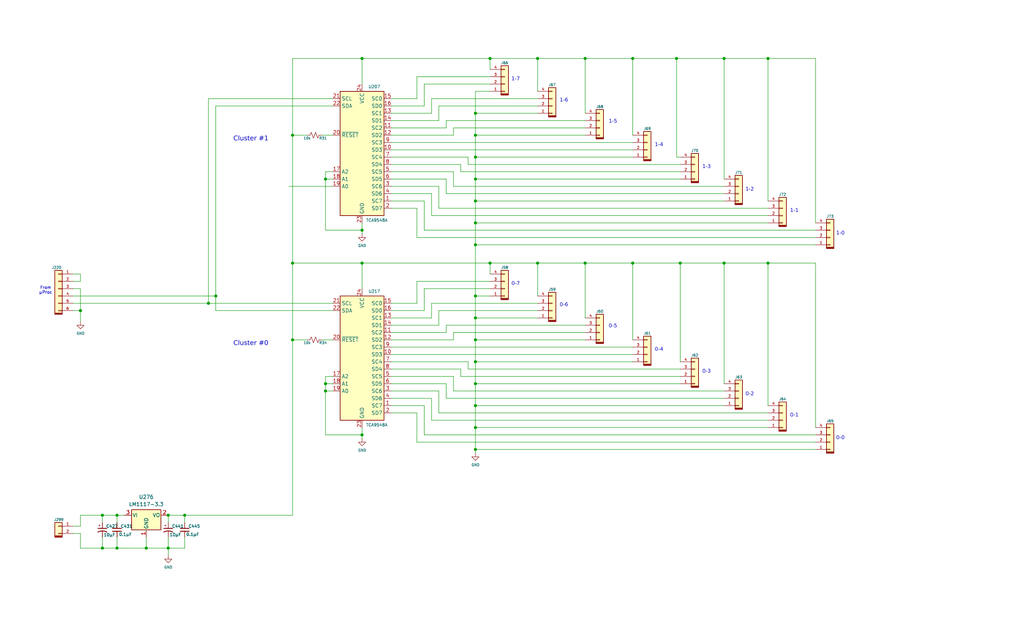
<source format=kicad_sch>
(kicad_sch
	(version 20250114)
	(generator "eeschema")
	(generator_version "9.0")
	(uuid "c33b700d-97ef-488e-816c-45cfc7a509d7")
	(paper "USLegal")
	(lib_symbols
		(symbol "Connector_keyed_kicad_sym:Conn_01x04"
			(pin_names
				(offset 1.016)
				(hide yes)
			)
			(exclude_from_sim no)
			(in_bom yes)
			(on_board yes)
			(property "Reference" "J"
				(at -0.5788 4.6722 0)
				(effects
					(font
						(size 0.889 0.889)
					)
				)
			)
			(property "Value" "Conn_01x04"
				(at -0.1524 -7.9502 0)
				(effects
					(font
						(size 0.889 0.889)
					)
				)
			)
			(property "Footprint" ""
				(at 0 0 0)
				(effects
					(font
						(size 1.27 1.27)
					)
					(hide yes)
				)
			)
			(property "Datasheet" "~"
				(at 0 0 0)
				(effects
					(font
						(size 1.27 1.27)
					)
					(hide yes)
				)
			)
			(property "Description" "Generic connector, single row, 01x04, script generated (kicad-library-utils/schlib/autogen/connector/)"
				(at 0 0 0)
				(effects
					(font
						(size 1.27 1.27)
					)
					(hide yes)
				)
			)
			(property "ki_keywords" "connector"
				(at 0 0 0)
				(effects
					(font
						(size 1.27 1.27)
					)
					(hide yes)
				)
			)
			(property "ki_fp_filters" "Connector*:*_1x??_*"
				(at 0 0 0)
				(effects
					(font
						(size 1.27 1.27)
					)
					(hide yes)
				)
			)
			(symbol "Conn_01x04_0_1"
				(polyline
					(pts
						(xy -1.27 3.7324) (xy 1.27 3.7324)
					)
					(stroke
						(width 0)
						(type default)
					)
					(fill
						(type none)
					)
				)
				(polyline
					(pts
						(xy -1.27 3.6308) (xy 1.27 3.6308)
					)
					(stroke
						(width 0)
						(type default)
					)
					(fill
						(type none)
					)
				)
				(polyline
					(pts
						(xy -1.27 3.5292) (xy 1.27 3.5292)
					)
					(stroke
						(width 0)
						(type default)
					)
					(fill
						(type none)
					)
				)
				(polyline
					(pts
						(xy -1.27 3.4276) (xy 1.27 3.4276)
					)
					(stroke
						(width 0)
						(type default)
					)
					(fill
						(type none)
					)
				)
				(polyline
					(pts
						(xy -1.2589 3.3159) (xy 1.2811 3.3159)
					)
					(stroke
						(width 0)
						(type default)
					)
					(fill
						(type none)
					)
				)
			)
			(symbol "Conn_01x04_1_1"
				(rectangle
					(start -1.27 3.81)
					(end 1.27 -6.35)
					(stroke
						(width 0.254)
						(type default)
					)
					(fill
						(type background)
					)
				)
				(rectangle
					(start -1.27 2.667)
					(end 0 2.413)
					(stroke
						(width 0.1524)
						(type default)
					)
					(fill
						(type none)
					)
				)
				(rectangle
					(start -1.27 0.127)
					(end 0 -0.127)
					(stroke
						(width 0.1524)
						(type default)
					)
					(fill
						(type none)
					)
				)
				(rectangle
					(start -1.27 -2.413)
					(end 0 -2.667)
					(stroke
						(width 0.1524)
						(type default)
					)
					(fill
						(type none)
					)
				)
				(rectangle
					(start -1.27 -4.953)
					(end 0 -5.207)
					(stroke
						(width 0.1524)
						(type default)
					)
					(fill
						(type none)
					)
				)
				(pin passive line
					(at -5.08 2.54 0)
					(length 3.81)
					(name "Pin_1"
						(effects
							(font
								(size 1.27 1.27)
							)
						)
					)
					(number "1"
						(effects
							(font
								(size 0.889 0.889)
							)
						)
					)
				)
				(pin passive line
					(at -5.08 0 0)
					(length 3.81)
					(name "Pin_2"
						(effects
							(font
								(size 1.27 1.27)
							)
						)
					)
					(number "2"
						(effects
							(font
								(size 0.889 0.889)
							)
						)
					)
				)
				(pin passive line
					(at -5.08 -2.54 0)
					(length 3.81)
					(name "Pin_3"
						(effects
							(font
								(size 1.27 1.27)
							)
						)
					)
					(number "3"
						(effects
							(font
								(size 0.889 0.889)
							)
						)
					)
				)
				(pin passive line
					(at -5.08 -5.08 0)
					(length 3.81)
					(name "Pin_4"
						(effects
							(font
								(size 1.27 1.27)
							)
						)
					)
					(number "4"
						(effects
							(font
								(size 0.889 0.889)
							)
						)
					)
				)
			)
			(embedded_fonts no)
		)
		(symbol "Device:C_Polarized_Small_US"
			(pin_numbers
				(hide yes)
			)
			(pin_names
				(offset 0.254)
				(hide yes)
			)
			(exclude_from_sim no)
			(in_bom yes)
			(on_board yes)
			(property "Reference" "C"
				(at 0.254 1.778 0)
				(effects
					(font
						(size 1.27 1.27)
					)
					(justify left)
				)
			)
			(property "Value" "C_Polarized_Small_US"
				(at 0.254 -2.032 0)
				(effects
					(font
						(size 1.27 1.27)
					)
					(justify left)
				)
			)
			(property "Footprint" ""
				(at 0 0 0)
				(effects
					(font
						(size 1.27 1.27)
					)
					(hide yes)
				)
			)
			(property "Datasheet" "~"
				(at 0 0 0)
				(effects
					(font
						(size 1.27 1.27)
					)
					(hide yes)
				)
			)
			(property "Description" "Polarized capacitor, small US symbol"
				(at 0 0 0)
				(effects
					(font
						(size 1.27 1.27)
					)
					(hide yes)
				)
			)
			(property "ki_keywords" "cap capacitor"
				(at 0 0 0)
				(effects
					(font
						(size 1.27 1.27)
					)
					(hide yes)
				)
			)
			(property "ki_fp_filters" "CP_*"
				(at 0 0 0)
				(effects
					(font
						(size 1.27 1.27)
					)
					(hide yes)
				)
			)
			(symbol "C_Polarized_Small_US_0_1"
				(polyline
					(pts
						(xy -1.524 0.508) (xy 1.524 0.508)
					)
					(stroke
						(width 0.3048)
						(type default)
					)
					(fill
						(type none)
					)
				)
				(polyline
					(pts
						(xy -1.27 1.524) (xy -0.762 1.524)
					)
					(stroke
						(width 0)
						(type default)
					)
					(fill
						(type none)
					)
				)
				(polyline
					(pts
						(xy -1.016 1.27) (xy -1.016 1.778)
					)
					(stroke
						(width 0)
						(type default)
					)
					(fill
						(type none)
					)
				)
				(arc
					(start -1.524 -0.762)
					(mid 0 -0.3734)
					(end 1.524 -0.762)
					(stroke
						(width 0.3048)
						(type default)
					)
					(fill
						(type none)
					)
				)
			)
			(symbol "C_Polarized_Small_US_1_1"
				(pin passive line
					(at 0 2.54 270)
					(length 2.032)
					(name "~"
						(effects
							(font
								(size 1.27 1.27)
							)
						)
					)
					(number "1"
						(effects
							(font
								(size 1.27 1.27)
							)
						)
					)
				)
				(pin passive line
					(at 0 -2.54 90)
					(length 2.032)
					(name "~"
						(effects
							(font
								(size 1.27 1.27)
							)
						)
					)
					(number "2"
						(effects
							(font
								(size 1.27 1.27)
							)
						)
					)
				)
			)
			(embedded_fonts no)
		)
		(symbol "Device:C_Small"
			(pin_numbers
				(hide yes)
			)
			(pin_names
				(offset 0.254)
				(hide yes)
			)
			(exclude_from_sim no)
			(in_bom yes)
			(on_board yes)
			(property "Reference" "C"
				(at 0.254 1.778 0)
				(effects
					(font
						(size 1.27 1.27)
					)
					(justify left)
				)
			)
			(property "Value" "C_Small"
				(at 0.254 -2.032 0)
				(effects
					(font
						(size 1.27 1.27)
					)
					(justify left)
				)
			)
			(property "Footprint" ""
				(at 0 0 0)
				(effects
					(font
						(size 1.27 1.27)
					)
					(hide yes)
				)
			)
			(property "Datasheet" "~"
				(at 0 0 0)
				(effects
					(font
						(size 1.27 1.27)
					)
					(hide yes)
				)
			)
			(property "Description" "Unpolarized capacitor, small symbol"
				(at 0 0 0)
				(effects
					(font
						(size 1.27 1.27)
					)
					(hide yes)
				)
			)
			(property "ki_keywords" "capacitor cap"
				(at 0 0 0)
				(effects
					(font
						(size 1.27 1.27)
					)
					(hide yes)
				)
			)
			(property "ki_fp_filters" "C_*"
				(at 0 0 0)
				(effects
					(font
						(size 1.27 1.27)
					)
					(hide yes)
				)
			)
			(symbol "C_Small_0_1"
				(polyline
					(pts
						(xy -1.524 0.508) (xy 1.524 0.508)
					)
					(stroke
						(width 0.3048)
						(type default)
					)
					(fill
						(type none)
					)
				)
				(polyline
					(pts
						(xy -1.524 -0.508) (xy 1.524 -0.508)
					)
					(stroke
						(width 0.3302)
						(type default)
					)
					(fill
						(type none)
					)
				)
			)
			(symbol "C_Small_1_1"
				(pin passive line
					(at 0 2.54 270)
					(length 2.032)
					(name "~"
						(effects
							(font
								(size 1.27 1.27)
							)
						)
					)
					(number "1"
						(effects
							(font
								(size 1.27 1.27)
							)
						)
					)
				)
				(pin passive line
					(at 0 -2.54 90)
					(length 2.032)
					(name "~"
						(effects
							(font
								(size 1.27 1.27)
							)
						)
					)
					(number "2"
						(effects
							(font
								(size 1.27 1.27)
							)
						)
					)
				)
			)
			(embedded_fonts no)
		)
		(symbol "Device:R_Small_US"
			(pin_numbers
				(hide yes)
			)
			(pin_names
				(offset 0.254)
				(hide yes)
			)
			(exclude_from_sim no)
			(in_bom yes)
			(on_board yes)
			(property "Reference" "R"
				(at 0.762 0.508 0)
				(effects
					(font
						(size 1.27 1.27)
					)
					(justify left)
				)
			)
			(property "Value" "R_Small_US"
				(at 0.762 -1.016 0)
				(effects
					(font
						(size 1.27 1.27)
					)
					(justify left)
				)
			)
			(property "Footprint" ""
				(at 0 0 0)
				(effects
					(font
						(size 1.27 1.27)
					)
					(hide yes)
				)
			)
			(property "Datasheet" "~"
				(at 0 0 0)
				(effects
					(font
						(size 1.27 1.27)
					)
					(hide yes)
				)
			)
			(property "Description" "Resistor, small US symbol"
				(at 0 0 0)
				(effects
					(font
						(size 1.27 1.27)
					)
					(hide yes)
				)
			)
			(property "ki_keywords" "r resistor"
				(at 0 0 0)
				(effects
					(font
						(size 1.27 1.27)
					)
					(hide yes)
				)
			)
			(property "ki_fp_filters" "R_*"
				(at 0 0 0)
				(effects
					(font
						(size 1.27 1.27)
					)
					(hide yes)
				)
			)
			(symbol "R_Small_US_1_1"
				(polyline
					(pts
						(xy 0 1.524) (xy 1.016 1.143) (xy 0 0.762) (xy -1.016 0.381) (xy 0 0)
					)
					(stroke
						(width 0)
						(type default)
					)
					(fill
						(type none)
					)
				)
				(polyline
					(pts
						(xy 0 0) (xy 1.016 -0.381) (xy 0 -0.762) (xy -1.016 -1.143) (xy 0 -1.524)
					)
					(stroke
						(width 0)
						(type default)
					)
					(fill
						(type none)
					)
				)
				(pin passive line
					(at 0 2.54 270)
					(length 1.016)
					(name "~"
						(effects
							(font
								(size 1.27 1.27)
							)
						)
					)
					(number "1"
						(effects
							(font
								(size 1.27 1.27)
							)
						)
					)
				)
				(pin passive line
					(at 0 -2.54 90)
					(length 1.016)
					(name "~"
						(effects
							(font
								(size 1.27 1.27)
							)
						)
					)
					(number "2"
						(effects
							(font
								(size 1.27 1.27)
							)
						)
					)
				)
			)
			(embedded_fonts no)
		)
		(symbol "Interface_Expansion:PCA9548ADW"
			(exclude_from_sim no)
			(in_bom yes)
			(on_board yes)
			(property "Reference" "U?"
				(at 2.0194 25.4 0)
				(effects
					(font
						(size 1.27 1.27)
					)
					(justify left)
				)
			)
			(property "Value" "TCA9548A"
				(at 2.0194 22.86 0)
				(effects
					(font
						(size 1.27 1.27)
					)
					(justify left)
				)
			)
			(property "Footprint" "Package_SO:SOIC-24W_7.5x15.4mm_P1.27mm"
				(at -2.54 1.27 0)
				(effects
					(font
						(size 1.27 1.27)
					)
					(hide yes)
				)
			)
			(property "Datasheet" "http://www.ti.com/lit/ds/symlink/pca9548a.pdf"
				(at -1.27 16.51 0)
				(effects
					(font
						(size 1.27 1.27)
					)
					(hide yes)
				)
			)
			(property "Description" "Low voltage 8-channel I2C switch with reset, SOIC-24"
				(at 0 0 0)
				(effects
					(font
						(size 1.27 1.27)
					)
					(hide yes)
				)
			)
			(property "ki_keywords" "Low voltage 8-channel I2C switch with reset"
				(at 0 0 0)
				(effects
					(font
						(size 1.27 1.27)
					)
					(hide yes)
				)
			)
			(property "ki_fp_filters" "SOIC*7.5x15.4mm*P1.27mm*"
				(at 0 0 0)
				(effects
					(font
						(size 1.27 1.27)
					)
					(hide yes)
				)
			)
			(symbol "PCA9548ADW_0_1"
				(rectangle
					(start -7.62 20.32)
					(end 7.62 -22.86)
					(stroke
						(width 0.254)
						(type default)
					)
					(fill
						(type background)
					)
				)
			)
			(symbol "PCA9548ADW_1_1"
				(pin input line
					(at -10.16 17.78 0)
					(length 2.54)
					(name "SCL"
						(effects
							(font
								(size 1.27 1.27)
							)
						)
					)
					(number "21"
						(effects
							(font
								(size 1.27 1.27)
							)
						)
					)
				)
				(pin bidirectional line
					(at -10.16 15.24 0)
					(length 2.54)
					(name "SDA"
						(effects
							(font
								(size 1.27 1.27)
							)
						)
					)
					(number "22"
						(effects
							(font
								(size 1.27 1.27)
							)
						)
					)
				)
				(pin input line
					(at -10.16 5.08 0)
					(length 2.54)
					(name "~{RESET}"
						(effects
							(font
								(size 1.27 1.27)
							)
						)
					)
					(number "20"
						(effects
							(font
								(size 1.27 1.27)
							)
						)
					)
				)
				(pin input line
					(at -10.16 -7.62 0)
					(length 2.54)
					(name "A2"
						(effects
							(font
								(size 1.27 1.27)
							)
						)
					)
					(number "17"
						(effects
							(font
								(size 1.27 1.27)
							)
						)
					)
				)
				(pin input line
					(at -10.16 -10.16 0)
					(length 2.54)
					(name "A1"
						(effects
							(font
								(size 1.27 1.27)
							)
						)
					)
					(number "18"
						(effects
							(font
								(size 1.27 1.27)
							)
						)
					)
				)
				(pin input line
					(at -10.16 -12.7 0)
					(length 2.54)
					(name "A0"
						(effects
							(font
								(size 1.27 1.27)
							)
						)
					)
					(number "19"
						(effects
							(font
								(size 1.27 1.27)
							)
						)
					)
				)
				(pin power_in line
					(at 0 22.86 270)
					(length 2.54)
					(name "VCC"
						(effects
							(font
								(size 1.27 1.27)
							)
						)
					)
					(number "24"
						(effects
							(font
								(size 1.27 1.27)
							)
						)
					)
				)
				(pin power_in line
					(at 0 -25.4 90)
					(length 2.54)
					(name "GND"
						(effects
							(font
								(size 1.27 1.27)
							)
						)
					)
					(number "23"
						(effects
							(font
								(size 1.27 1.27)
							)
						)
					)
				)
				(pin output line
					(at 10.16 17.78 180)
					(length 2.54)
					(name "SC0"
						(effects
							(font
								(size 1.27 1.27)
							)
						)
					)
					(number "15"
						(effects
							(font
								(size 1.27 1.27)
							)
						)
					)
				)
				(pin bidirectional line
					(at 10.16 15.24 180)
					(length 2.54)
					(name "SD0"
						(effects
							(font
								(size 1.27 1.27)
							)
						)
					)
					(number "16"
						(effects
							(font
								(size 1.27 1.27)
							)
						)
					)
				)
				(pin output line
					(at 10.16 12.7 180)
					(length 2.54)
					(name "SC1"
						(effects
							(font
								(size 1.27 1.27)
							)
						)
					)
					(number "13"
						(effects
							(font
								(size 1.27 1.27)
							)
						)
					)
				)
				(pin bidirectional line
					(at 10.16 10.16 180)
					(length 2.54)
					(name "SD1"
						(effects
							(font
								(size 1.27 1.27)
							)
						)
					)
					(number "14"
						(effects
							(font
								(size 1.27 1.27)
							)
						)
					)
				)
				(pin output line
					(at 10.16 7.62 180)
					(length 2.54)
					(name "SC2"
						(effects
							(font
								(size 1.27 1.27)
							)
						)
					)
					(number "11"
						(effects
							(font
								(size 1.27 1.27)
							)
						)
					)
				)
				(pin bidirectional line
					(at 10.16 5.08 180)
					(length 2.54)
					(name "SD2"
						(effects
							(font
								(size 1.27 1.27)
							)
						)
					)
					(number "12"
						(effects
							(font
								(size 1.27 1.27)
							)
						)
					)
				)
				(pin output line
					(at 10.16 2.54 180)
					(length 2.54)
					(name "SC3"
						(effects
							(font
								(size 1.27 1.27)
							)
						)
					)
					(number "9"
						(effects
							(font
								(size 1.27 1.27)
							)
						)
					)
				)
				(pin bidirectional line
					(at 10.16 0 180)
					(length 2.54)
					(name "SD3"
						(effects
							(font
								(size 1.27 1.27)
							)
						)
					)
					(number "10"
						(effects
							(font
								(size 1.27 1.27)
							)
						)
					)
				)
				(pin output line
					(at 10.16 -2.54 180)
					(length 2.54)
					(name "SC4"
						(effects
							(font
								(size 1.27 1.27)
							)
						)
					)
					(number "7"
						(effects
							(font
								(size 1.27 1.27)
							)
						)
					)
				)
				(pin bidirectional line
					(at 10.16 -5.08 180)
					(length 2.54)
					(name "SD4"
						(effects
							(font
								(size 1.27 1.27)
							)
						)
					)
					(number "8"
						(effects
							(font
								(size 1.27 1.27)
							)
						)
					)
				)
				(pin output line
					(at 10.16 -7.62 180)
					(length 2.54)
					(name "SC5"
						(effects
							(font
								(size 1.27 1.27)
							)
						)
					)
					(number "5"
						(effects
							(font
								(size 1.27 1.27)
							)
						)
					)
				)
				(pin bidirectional line
					(at 10.16 -10.16 180)
					(length 2.54)
					(name "SD5"
						(effects
							(font
								(size 1.27 1.27)
							)
						)
					)
					(number "6"
						(effects
							(font
								(size 1.27 1.27)
							)
						)
					)
				)
				(pin output line
					(at 10.16 -12.7 180)
					(length 2.54)
					(name "SC6"
						(effects
							(font
								(size 1.27 1.27)
							)
						)
					)
					(number "3"
						(effects
							(font
								(size 1.27 1.27)
							)
						)
					)
				)
				(pin bidirectional line
					(at 10.16 -15.24 180)
					(length 2.54)
					(name "SD6"
						(effects
							(font
								(size 1.27 1.27)
							)
						)
					)
					(number "4"
						(effects
							(font
								(size 1.27 1.27)
							)
						)
					)
				)
				(pin output line
					(at 10.16 -17.78 180)
					(length 2.54)
					(name "SC7"
						(effects
							(font
								(size 1.27 1.27)
							)
						)
					)
					(number "1"
						(effects
							(font
								(size 1.27 1.27)
							)
						)
					)
				)
				(pin bidirectional line
					(at 10.16 -20.32 180)
					(length 2.54)
					(name "SD7"
						(effects
							(font
								(size 1.27 1.27)
							)
						)
					)
					(number "2"
						(effects
							(font
								(size 1.27 1.27)
							)
						)
					)
				)
			)
			(embedded_fonts no)
		)
		(symbol "My Connectors:Conn_01x02"
			(pin_names
				(offset 1.016)
				(hide yes)
			)
			(exclude_from_sim no)
			(in_bom yes)
			(on_board yes)
			(property "Reference" "J"
				(at -0.041 2.077 0)
				(effects
					(font
						(size 0.889 0.889)
					)
				)
			)
			(property "Value" "Conn_01x02"
				(at -0.2794 4.7752 0)
				(effects
					(font
						(size 1.27 1.27)
					)
				)
			)
			(property "Footprint" ""
				(at 0 0 0)
				(effects
					(font
						(size 1.27 1.27)
					)
					(hide yes)
				)
			)
			(property "Datasheet" "~"
				(at 0 0 0)
				(effects
					(font
						(size 1.27 1.27)
					)
					(hide yes)
				)
			)
			(property "Description" "Generic connector, single row, 01x02, script generated (kicad-library-utils/schlib/autogen/connector/)"
				(at 0 0 0)
				(effects
					(font
						(size 1.27 1.27)
					)
					(hide yes)
				)
			)
			(property "ki_keywords" "connector"
				(at 0 0 0)
				(effects
					(font
						(size 1.27 1.27)
					)
					(hide yes)
				)
			)
			(property "ki_fp_filters" "Connector*:*_1x??_*"
				(at 0 0 0)
				(effects
					(font
						(size 1.27 1.27)
					)
					(hide yes)
				)
			)
			(symbol "Conn_01x02_0_1"
				(polyline
					(pts
						(xy -1.2972 -3.2742) (xy 1.2936 -3.2742)
					)
					(stroke
						(width 0)
						(type default)
					)
					(fill
						(type none)
					)
				)
				(polyline
					(pts
						(xy -1.2789 -3.3905) (xy 1.2611 -3.3905)
					)
					(stroke
						(width 0)
						(type default)
					)
					(fill
						(type none)
					)
				)
				(polyline
					(pts
						(xy -1.2789 -3.4921) (xy 1.2611 -3.4921)
					)
					(stroke
						(width 0)
						(type default)
					)
					(fill
						(type none)
					)
				)
				(polyline
					(pts
						(xy -1.2789 -3.5937) (xy 1.2611 -3.5937)
					)
					(stroke
						(width 0)
						(type default)
					)
					(fill
						(type none)
					)
				)
				(polyline
					(pts
						(xy -1.2789 -3.6953) (xy 1.2611 -3.6953)
					)
					(stroke
						(width 0)
						(type default)
					)
					(fill
						(type none)
					)
				)
				(polyline
					(pts
						(xy -1.2789 -3.8223) (xy 1.2611 -3.8223)
					)
					(stroke
						(width 0)
						(type default)
					)
					(fill
						(type none)
					)
				)
			)
			(symbol "Conn_01x02_1_1"
				(rectangle
					(start -1.27 1.27)
					(end 1.27 -3.81)
					(stroke
						(width 0.254)
						(type default)
					)
					(fill
						(type background)
					)
				)
				(rectangle
					(start -1.27 0.127)
					(end 0 -0.127)
					(stroke
						(width 0.1524)
						(type default)
					)
					(fill
						(type none)
					)
				)
				(rectangle
					(start -1.27 -2.413)
					(end 0 -2.667)
					(stroke
						(width 0.1524)
						(type default)
					)
					(fill
						(type none)
					)
				)
				(pin passive line
					(at -5.08 0 0)
					(length 3.81)
					(name "Pin_1"
						(effects
							(font
								(size 1.27 1.27)
							)
						)
					)
					(number "1"
						(effects
							(font
								(size 0.889 0.889)
							)
						)
					)
				)
				(pin passive line
					(at -5.08 -2.54 0)
					(length 3.81)
					(name "Pin_2"
						(effects
							(font
								(size 1.27 1.27)
							)
						)
					)
					(number "2"
						(effects
							(font
								(size 0.889 0.889)
							)
						)
					)
				)
			)
			(embedded_fonts no)
		)
		(symbol "My Connectors:Conn_01x06"
			(pin_names
				(offset 1.016)
				(hide yes)
			)
			(exclude_from_sim no)
			(in_bom yes)
			(on_board yes)
			(property "Reference" "J"
				(at -0.6978 7.3009 0)
				(effects
					(font
						(size 0.889 0.889)
					)
				)
			)
			(property "Value" "Conn_01x06"
				(at 0 -10.16 0)
				(effects
					(font
						(size 0.889 0.889)
					)
					(hide yes)
				)
			)
			(property "Footprint" ""
				(at 0 0 0)
				(effects
					(font
						(size 1.27 1.27)
					)
					(hide yes)
				)
			)
			(property "Datasheet" "~"
				(at 0 0 0)
				(effects
					(font
						(size 1.27 1.27)
					)
					(hide yes)
				)
			)
			(property "Description" "Generic connector, single row, 01x06, script generated (kicad-library-utils/schlib/autogen/connector/)"
				(at 0 0 0)
				(effects
					(font
						(size 1.27 1.27)
					)
					(hide yes)
				)
			)
			(property "ki_keywords" "connector"
				(at 0 0 0)
				(effects
					(font
						(size 1.27 1.27)
					)
					(hide yes)
				)
			)
			(property "ki_fp_filters" "Connector*:*_1x??_*"
				(at 0 0 0)
				(effects
					(font
						(size 1.27 1.27)
					)
					(hide yes)
				)
			)
			(symbol "Conn_01x06_0_1"
				(polyline
					(pts
						(xy -1.2742 -8.5257) (xy 1.2658 -8.5257)
					)
					(stroke
						(width 0)
						(type default)
					)
					(fill
						(type none)
					)
				)
				(polyline
					(pts
						(xy -1.2742 -8.6273) (xy 1.2658 -8.6273)
					)
					(stroke
						(width 0)
						(type default)
					)
					(fill
						(type none)
					)
				)
				(polyline
					(pts
						(xy -1.2687 -8.7725) (xy 1.2713 -8.7725)
					)
					(stroke
						(width 0)
						(type default)
					)
					(fill
						(type none)
					)
				)
				(polyline
					(pts
						(xy -1.256 -8.428) (xy 1.284 -8.428)
					)
					(stroke
						(width 0)
						(type default)
					)
					(fill
						(type none)
					)
				)
			)
			(symbol "Conn_01x06_1_1"
				(rectangle
					(start -1.27 6.35)
					(end 1.27 -8.89)
					(stroke
						(width 0.254)
						(type default)
					)
					(fill
						(type background)
					)
				)
				(rectangle
					(start -1.27 5.207)
					(end 0 4.953)
					(stroke
						(width 0.1524)
						(type default)
					)
					(fill
						(type none)
					)
				)
				(rectangle
					(start -1.27 2.667)
					(end 0 2.413)
					(stroke
						(width 0.1524)
						(type default)
					)
					(fill
						(type none)
					)
				)
				(rectangle
					(start -1.27 0.127)
					(end 0 -0.127)
					(stroke
						(width 0.1524)
						(type default)
					)
					(fill
						(type none)
					)
				)
				(rectangle
					(start -1.27 -2.413)
					(end 0 -2.667)
					(stroke
						(width 0.1524)
						(type default)
					)
					(fill
						(type none)
					)
				)
				(rectangle
					(start -1.27 -4.953)
					(end 0 -5.207)
					(stroke
						(width 0.1524)
						(type default)
					)
					(fill
						(type none)
					)
				)
				(rectangle
					(start -1.27 -7.493)
					(end 0 -7.747)
					(stroke
						(width 0.1524)
						(type default)
					)
					(fill
						(type none)
					)
				)
				(pin passive line
					(at -5.08 5.08 0)
					(length 3.81)
					(name "Pin_1"
						(effects
							(font
								(size 1.27 1.27)
							)
						)
					)
					(number "1"
						(effects
							(font
								(size 0.889 0.889)
							)
						)
					)
				)
				(pin passive line
					(at -5.08 2.54 0)
					(length 3.81)
					(name "Pin_2"
						(effects
							(font
								(size 1.27 1.27)
							)
						)
					)
					(number "2"
						(effects
							(font
								(size 0.889 0.889)
							)
						)
					)
				)
				(pin passive line
					(at -5.08 0 0)
					(length 3.81)
					(name "Pin_3"
						(effects
							(font
								(size 1.27 1.27)
							)
						)
					)
					(number "3"
						(effects
							(font
								(size 0.889 0.889)
							)
						)
					)
				)
				(pin passive line
					(at -5.08 -2.54 0)
					(length 3.81)
					(name "Pin_4"
						(effects
							(font
								(size 1.27 1.27)
							)
						)
					)
					(number "4"
						(effects
							(font
								(size 0.889 0.889)
							)
						)
					)
				)
				(pin passive line
					(at -5.08 -5.08 0)
					(length 3.81)
					(name "Pin_5"
						(effects
							(font
								(size 1.27 1.27)
							)
						)
					)
					(number "5"
						(effects
							(font
								(size 0.889 0.889)
							)
						)
					)
				)
				(pin passive line
					(at -5.08 -7.62 0)
					(length 3.81)
					(name "Pin_6"
						(effects
							(font
								(size 1.27 1.27)
							)
						)
					)
					(number "6"
						(effects
							(font
								(size 0.889 0.889)
							)
						)
					)
				)
			)
			(embedded_fonts no)
		)
		(symbol "Regulator_Linear:LM1117-3.3"
			(pin_names
				(offset 0.254)
			)
			(exclude_from_sim no)
			(in_bom yes)
			(on_board yes)
			(property "Reference" "U"
				(at -3.81 3.175 0)
				(effects
					(font
						(size 1.27 1.27)
					)
				)
			)
			(property "Value" "LM1117-3.3"
				(at 0 3.175 0)
				(effects
					(font
						(size 1.27 1.27)
					)
					(justify left)
				)
			)
			(property "Footprint" ""
				(at 0 0 0)
				(effects
					(font
						(size 1.27 1.27)
					)
					(hide yes)
				)
			)
			(property "Datasheet" "http://www.ti.com/lit/ds/symlink/lm1117.pdf"
				(at 0 0 0)
				(effects
					(font
						(size 1.27 1.27)
					)
					(hide yes)
				)
			)
			(property "Description" "800mA Low-Dropout Linear Regulator, 3.3V fixed output, TO-220/TO-252/TO-263/SOT-223"
				(at 0 0 0)
				(effects
					(font
						(size 1.27 1.27)
					)
					(hide yes)
				)
			)
			(property "ki_keywords" "linear regulator ldo fixed positive"
				(at 0 0 0)
				(effects
					(font
						(size 1.27 1.27)
					)
					(hide yes)
				)
			)
			(property "ki_fp_filters" "SOT?223* TO?263* TO?252* TO?220*"
				(at 0 0 0)
				(effects
					(font
						(size 1.27 1.27)
					)
					(hide yes)
				)
			)
			(symbol "LM1117-3.3_0_1"
				(rectangle
					(start -5.08 -5.08)
					(end 5.08 1.905)
					(stroke
						(width 0.254)
						(type default)
					)
					(fill
						(type background)
					)
				)
			)
			(symbol "LM1117-3.3_1_1"
				(pin power_in line
					(at -7.62 0 0)
					(length 2.54)
					(name "VI"
						(effects
							(font
								(size 1.27 1.27)
							)
						)
					)
					(number "3"
						(effects
							(font
								(size 1.27 1.27)
							)
						)
					)
				)
				(pin power_in line
					(at 0 -7.62 90)
					(length 2.54)
					(name "GND"
						(effects
							(font
								(size 1.27 1.27)
							)
						)
					)
					(number "1"
						(effects
							(font
								(size 1.27 1.27)
							)
						)
					)
				)
				(pin power_out line
					(at 7.62 0 180)
					(length 2.54)
					(name "VO"
						(effects
							(font
								(size 1.27 1.27)
							)
						)
					)
					(number "2"
						(effects
							(font
								(size 1.27 1.27)
							)
						)
					)
				)
			)
			(embedded_fonts no)
		)
		(symbol "power:GND1"
			(power)
			(pin_names
				(offset 0)
			)
			(exclude_from_sim no)
			(in_bom yes)
			(on_board yes)
			(property "Reference" "#PWR?"
				(at 0 -6.35 0)
				(effects
					(font
						(size 1.27 1.27)
					)
					(hide yes)
				)
			)
			(property "Value" "GNDD"
				(at 0 -5.08 0)
				(effects
					(font
						(size 1.27 1.27)
					)
				)
			)
			(property "Footprint" ""
				(at 0 0 0)
				(effects
					(font
						(size 1.27 1.27)
					)
					(hide yes)
				)
			)
			(property "Datasheet" ""
				(at 0 0 0)
				(effects
					(font
						(size 1.27 1.27)
					)
					(hide yes)
				)
			)
			(property "Description" "Power symbol creates a global label with name \"GND1\" , ground"
				(at 0 0 0)
				(effects
					(font
						(size 1.27 1.27)
					)
					(hide yes)
				)
			)
			(property "ki_keywords" "power-flag"
				(at 0 0 0)
				(effects
					(font
						(size 1.27 1.27)
					)
					(hide yes)
				)
			)
			(symbol "GND1_0_1"
				(polyline
					(pts
						(xy 0 0) (xy 0 -1.27) (xy 1.27 -1.27) (xy 0 -2.54) (xy -1.27 -1.27) (xy 0 -1.27)
					)
					(stroke
						(width 0)
						(type default)
					)
					(fill
						(type none)
					)
				)
			)
			(symbol "GND1_1_1"
				(pin power_in line
					(at 0 0 270)
					(length 0)
					(hide yes)
					(name "GND1"
						(effects
							(font
								(size 1.27 1.27)
							)
						)
					)
					(number "1"
						(effects
							(font
								(size 1.27 1.27)
							)
						)
					)
				)
			)
			(embedded_fonts no)
		)
	)
	(text "0-0"
		(exclude_from_sim no)
		(at 291.846 152.654 0)
		(effects
			(font
				(face "Bahnschrift")
				(size 1.27 1.27)
			)
		)
		(uuid "1482a962-3f24-46f3-859f-e1aabd0bb206")
	)
	(text "Cluster #0"
		(exclude_from_sim no)
		(at 87.122 119.888 0)
		(effects
			(font
				(face "Bahnschrift")
				(size 1.6256 1.6256)
			)
		)
		(uuid "165dea51-17b5-47a0-9d9c-0c34f3d88abc")
	)
	(text "1-3"
		(exclude_from_sim no)
		(at 245.364 58.42 0)
		(effects
			(font
				(face "Bahnschrift")
				(size 1.27 1.27)
			)
		)
		(uuid "241cb14a-3092-4447-83fa-92961671a0e7")
	)
	(text "0-3"
		(exclude_from_sim no)
		(at 245.364 129.54 0)
		(effects
			(font
				(face "Bahnschrift")
				(size 1.27 1.27)
			)
		)
		(uuid "2e59ddeb-19be-4608-9233-03e0c7c9d4ee")
	)
	(text "1-6"
		(exclude_from_sim no)
		(at 195.834 35.306 0)
		(effects
			(font
				(face "Bahnschrift")
				(size 1.27 1.27)
			)
		)
		(uuid "53c56ab9-42ea-4adc-a707-75adf864d5ad")
	)
	(text "0-6"
		(exclude_from_sim no)
		(at 195.834 106.426 0)
		(effects
			(font
				(face "Bahnschrift")
				(size 1.27 1.27)
			)
		)
		(uuid "5435b292-220a-46d3-b67e-3cd8c49fcc25")
	)
	(text "From\nµProc"
		(exclude_from_sim no)
		(at 15.875 100.965 0)
		(effects
			(font
				(size 1.016 1.016)
			)
		)
		(uuid "6f61a4cc-0929-41a8-ad42-598e482981b9")
	)
	(text "1-2"
		(exclude_from_sim no)
		(at 260.35 66.294 0)
		(effects
			(font
				(face "Bahnschrift")
				(size 1.27 1.27)
			)
		)
		(uuid "720264db-89df-4b08-ac4c-aa118d30281a")
	)
	(text "0-7"
		(exclude_from_sim no)
		(at 179.07 99.06 0)
		(effects
			(font
				(face "Bahnschrift")
				(size 1.27 1.27)
			)
		)
		(uuid "76f2377f-7f46-4e0a-a5fb-87129ed78fce")
	)
	(text "Cluster #1"
		(exclude_from_sim no)
		(at 87.122 48.768 0)
		(effects
			(font
				(face "Bahnschrift")
				(size 1.6256 1.6256)
			)
		)
		(uuid "8b1db9e8-4df9-4269-a2e2-b4b264f11a12")
	)
	(text "1-0"
		(exclude_from_sim no)
		(at 291.846 81.534 0)
		(effects
			(font
				(face "Bahnschrift")
				(size 1.27 1.27)
			)
		)
		(uuid "96e70bd7-e211-445e-9654-1a468be4d646")
	)
	(text "0-2"
		(exclude_from_sim no)
		(at 260.35 137.414 0)
		(effects
			(font
				(face "Bahnschrift")
				(size 1.27 1.27)
			)
		)
		(uuid "99b39dc3-3d0c-47e1-92df-5994f49d98f3")
	)
	(text "1-7"
		(exclude_from_sim no)
		(at 179.07 27.94 0)
		(effects
			(font
				(face "Bahnschrift")
				(size 1.27 1.27)
			)
		)
		(uuid "a34eebbb-daef-485e-a0ec-843ca7089ef1")
	)
	(text "1-1"
		(exclude_from_sim no)
		(at 275.844 73.66 0)
		(effects
			(font
				(face "Bahnschrift")
				(size 1.27 1.27)
			)
		)
		(uuid "a9ede40e-8aa7-4c55-91c5-5b34cdf26d2c")
	)
	(text "1-4"
		(exclude_from_sim no)
		(at 228.854 50.8 0)
		(effects
			(font
				(face "Bahnschrift")
				(size 1.27 1.27)
			)
		)
		(uuid "b86b3fa5-ab43-41b3-86ed-23d4ef6ecea3")
	)
	(text "0-4"
		(exclude_from_sim no)
		(at 228.854 121.92 0)
		(effects
			(font
				(face "Bahnschrift")
				(size 1.27 1.27)
			)
		)
		(uuid "c2d71358-7764-485b-bbdd-11324871a928")
	)
	(text "0-1"
		(exclude_from_sim no)
		(at 275.844 144.78 0)
		(effects
			(font
				(face "Bahnschrift")
				(size 1.27 1.27)
			)
		)
		(uuid "e576f455-f27b-4298-ae35-f08d8a6dc764")
	)
	(text "1-5"
		(exclude_from_sim no)
		(at 212.852 42.672 0)
		(effects
			(font
				(face "Bahnschrift")
				(size 1.27 1.27)
			)
		)
		(uuid "e6cd02e0-0b55-4ee0-98fa-5a31565999ef")
	)
	(text "0-5"
		(exclude_from_sim no)
		(at 212.852 113.792 0)
		(effects
			(font
				(face "Bahnschrift")
				(size 1.27 1.27)
			)
		)
		(uuid "f93753eb-84d0-4ed9-957c-cd446d5228e5")
	)
	(junction
		(at 165.1 110.49)
		(diameter 0)
		(color 0 0 0 0)
		(uuid "0052a52e-f603-40bf-a0a6-e12529d9a2ad")
	)
	(junction
		(at 165.1 85.09)
		(diameter 0)
		(color 0 0 0 0)
		(uuid "0391726a-caf5-4a6e-8f35-d585e3536a4f")
	)
	(junction
		(at 165.1 54.61)
		(diameter 0)
		(color 0 0 0 0)
		(uuid "0b04938c-3271-4916-93ac-b0d219ba2ce7")
	)
	(junction
		(at 58.42 179.07)
		(diameter 0)
		(color 0 0 0 0)
		(uuid "0cb16cdb-f57e-4861-b4b6-371d74a5f519")
	)
	(junction
		(at 170.18 91.44)
		(diameter 0)
		(color 0 0 0 0)
		(uuid "1a05f7d9-13fe-43d7-8ccf-0b274b80001e")
	)
	(junction
		(at 165.1 39.37)
		(diameter 0)
		(color 0 0 0 0)
		(uuid "1fbeb40e-9bd5-4701-9438-c6e5868b625e")
	)
	(junction
		(at 113.03 135.89)
		(diameter 0)
		(color 0 0 0 0)
		(uuid "3a647939-9e2e-4d8c-98ff-4022eb5d2714")
	)
	(junction
		(at 165.1 69.85)
		(diameter 0)
		(color 0 0 0 0)
		(uuid "48236abb-a0b1-42b8-a7d6-22b2f5738a03")
	)
	(junction
		(at 236.22 91.44)
		(diameter 0)
		(color 0 0 0 0)
		(uuid "49def2a3-46a5-4931-ab65-240f1f2672b9")
	)
	(junction
		(at 64.135 179.07)
		(diameter 0)
		(color 0 0 0 0)
		(uuid "4bd7e28a-a9c6-413e-a7f4-23719b464fe0")
	)
	(junction
		(at 165.1 148.59)
		(diameter 0)
		(color 0 0 0 0)
		(uuid "508755c6-02ec-446d-bdaa-d05fce0a718e")
	)
	(junction
		(at 125.73 20.32)
		(diameter 0)
		(color 0 0 0 0)
		(uuid "54838cc2-d307-45b3-a935-4f6d4befed94")
	)
	(junction
		(at 58.42 190.5)
		(diameter 0)
		(color 0 0 0 0)
		(uuid "55e14a9c-a8e3-4576-ba43-3bfdebe5b131")
	)
	(junction
		(at 125.73 151.13)
		(diameter 0)
		(color 0 0 0 0)
		(uuid "58bbc6e3-f4f4-41a6-a4ca-76681d9f7e89")
	)
	(junction
		(at 125.73 91.44)
		(diameter 0)
		(color 0 0 0 0)
		(uuid "5c1546d9-4cad-49f4-a8b7-4112559d8791")
	)
	(junction
		(at 251.46 91.44)
		(diameter 0)
		(color 0 0 0 0)
		(uuid "5cc8d2e4-068f-44d6-a797-e21e122e4af8")
	)
	(junction
		(at 186.69 20.32)
		(diameter 0)
		(color 0 0 0 0)
		(uuid "65978748-3d45-4df9-bc39-e1475636582f")
	)
	(junction
		(at 234.95 20.32)
		(diameter 0)
		(color 0 0 0 0)
		(uuid "683d0a90-f974-4ebf-b5cd-3c89f68f73fa")
	)
	(junction
		(at 27.94 107.95)
		(diameter 0)
		(color 0 0 0 0)
		(uuid "68729d80-c2b9-4bae-b9a8-45da17bd6efe")
	)
	(junction
		(at 165.1 140.97)
		(diameter 0)
		(color 0 0 0 0)
		(uuid "6b0c54ce-3786-4475-a147-5481e90bf0a0")
	)
	(junction
		(at 219.71 91.44)
		(diameter 0)
		(color 0 0 0 0)
		(uuid "71181d59-7eb4-4c65-9755-23a4daf702bc")
	)
	(junction
		(at 219.71 20.32)
		(diameter 0)
		(color 0 0 0 0)
		(uuid "7b231456-71f7-440b-9293-1b3be6758c58")
	)
	(junction
		(at 101.6 46.99)
		(diameter 0)
		(color 0 0 0 0)
		(uuid "7bb2d291-7d5a-48ab-b020-1621ec1e6d51")
	)
	(junction
		(at 203.2 91.44)
		(diameter 0)
		(color 0 0 0 0)
		(uuid "7bc70fd2-3b84-4b3b-a516-f8002dbca426")
	)
	(junction
		(at 35.56 179.07)
		(diameter 0)
		(color 0 0 0 0)
		(uuid "7bfd1a58-c2b6-4ab2-a1bd-41713093c66c")
	)
	(junction
		(at 165.1 156.21)
		(diameter 0)
		(color 0 0 0 0)
		(uuid "7c0603e8-aa1a-4bdd-af93-8876cc8d677c")
	)
	(junction
		(at 101.6 118.11)
		(diameter 0)
		(color 0 0 0 0)
		(uuid "801fb8f6-a564-4cef-a206-464f696c32ea")
	)
	(junction
		(at 186.69 91.44)
		(diameter 0)
		(color 0 0 0 0)
		(uuid "aa7a7a2f-1609-425d-a20d-5b3dc1c63a7a")
	)
	(junction
		(at 40.64 179.07)
		(diameter 0)
		(color 0 0 0 0)
		(uuid "ac539cc3-1823-46b2-8c9f-b9768a64c01e")
	)
	(junction
		(at 251.46 20.32)
		(diameter 0)
		(color 0 0 0 0)
		(uuid "ad9c993d-90ba-4d63-8ea0-20e7f6a20327")
	)
	(junction
		(at 266.7 20.32)
		(diameter 0)
		(color 0 0 0 0)
		(uuid "b14b8cf9-cedf-40b1-a92a-a4ddfb313cc8")
	)
	(junction
		(at 113.03 62.23)
		(diameter 0)
		(color 0 0 0 0)
		(uuid "b49735ba-e729-4f42-a621-cb23553e8e91")
	)
	(junction
		(at 165.1 102.87)
		(diameter 0)
		(color 0 0 0 0)
		(uuid "b5cd1fbc-b021-4ca5-9334-a528e552e730")
	)
	(junction
		(at 165.1 77.47)
		(diameter 0)
		(color 0 0 0 0)
		(uuid "b74fb383-5a7b-4e5a-b60f-af2665e90aed")
	)
	(junction
		(at 165.1 133.35)
		(diameter 0)
		(color 0 0 0 0)
		(uuid "b83d774c-a270-48e7-8cd1-b1000e273cca")
	)
	(junction
		(at 72.39 105.41)
		(diameter 0)
		(color 0 0 0 0)
		(uuid "bf2f6552-2c9d-4675-9c69-19f73456825e")
	)
	(junction
		(at 165.1 46.99)
		(diameter 0)
		(color 0 0 0 0)
		(uuid "c09680a1-3852-4d29-8970-d51d028de4ee")
	)
	(junction
		(at 74.93 102.87)
		(diameter 0)
		(color 0 0 0 0)
		(uuid "c3e3b9d1-36e5-4f05-8b7b-62e301c8ec78")
	)
	(junction
		(at 203.2 20.32)
		(diameter 0)
		(color 0 0 0 0)
		(uuid "c657e8d9-958a-48be-a8a4-2fd3bd2d6337")
	)
	(junction
		(at 125.73 80.01)
		(diameter 0)
		(color 0 0 0 0)
		(uuid "c8542043-30d7-411e-8286-de4df11c70dc")
	)
	(junction
		(at 266.7 91.44)
		(diameter 0)
		(color 0 0 0 0)
		(uuid "cd1e9ea0-5680-4e68-8e03-77eaf1cce050")
	)
	(junction
		(at 50.8 190.5)
		(diameter 0)
		(color 0 0 0 0)
		(uuid "d4382d12-349c-493c-9d1d-a38467c134b2")
	)
	(junction
		(at 165.1 62.23)
		(diameter 0)
		(color 0 0 0 0)
		(uuid "d53fc650-d891-4b19-ac81-65fc9b51fe96")
	)
	(junction
		(at 35.56 190.5)
		(diameter 0)
		(color 0 0 0 0)
		(uuid "d5f34ace-8fc6-481d-a307-11553126a12d")
	)
	(junction
		(at 165.1 125.73)
		(diameter 0)
		(color 0 0 0 0)
		(uuid "d93ddae5-3b9d-4d3b-ad72-b5e7c70897c1")
	)
	(junction
		(at 170.18 20.32)
		(diameter 0)
		(color 0 0 0 0)
		(uuid "e1988bb7-5d3e-4842-a900-e5ec7600ae10")
	)
	(junction
		(at 40.64 190.5)
		(diameter 0)
		(color 0 0 0 0)
		(uuid "e8d0f795-7e29-434c-a647-ebb53cb70138")
	)
	(junction
		(at 165.1 118.11)
		(diameter 0)
		(color 0 0 0 0)
		(uuid "f7fac1db-cfa9-44f7-be82-ad4b4d4f8b3a")
	)
	(junction
		(at 113.03 133.35)
		(diameter 0)
		(color 0 0 0 0)
		(uuid "fb12b6bf-c19f-485f-9e25-37d9892a1b55")
	)
	(junction
		(at 101.6 91.44)
		(diameter 0)
		(color 0 0 0 0)
		(uuid "fc362dc6-45eb-4535-85e8-bbd480a53388")
	)
	(wire
		(pts
			(xy 113.03 62.23) (xy 115.57 62.23)
		)
		(stroke
			(width 0)
			(type default)
		)
		(uuid "01b94398-9c28-4709-809a-d0615f43452c")
	)
	(wire
		(pts
			(xy 35.56 190.5) (xy 35.56 186.69)
		)
		(stroke
			(width 0)
			(type default)
		)
		(uuid "02108dc6-01fc-4d68-9cf0-1881aeca4fdc")
	)
	(wire
		(pts
			(xy 152.4 72.39) (xy 266.7 72.39)
		)
		(stroke
			(width 0)
			(type default)
		)
		(uuid "031f33b4-5931-4745-89e0-2af217ab706e")
	)
	(wire
		(pts
			(xy 135.89 41.91) (xy 152.4 41.91)
		)
		(stroke
			(width 0)
			(type default)
		)
		(uuid "03c74c33-1f4b-496b-9e03-1c1a44ce150c")
	)
	(wire
		(pts
			(xy 111.76 46.99) (xy 115.57 46.99)
		)
		(stroke
			(width 0)
			(type default)
		)
		(uuid "05226bef-f22a-4ccd-af33-acb62be74923")
	)
	(wire
		(pts
			(xy 27.94 95.25) (xy 25.4 95.25)
		)
		(stroke
			(width 0)
			(type default)
		)
		(uuid "056c0cd8-c232-4290-9817-07ce9333265f")
	)
	(wire
		(pts
			(xy 147.32 29.21) (xy 170.18 29.21)
		)
		(stroke
			(width 0)
			(type default)
		)
		(uuid "06e6c635-dafe-4d7d-a2a3-166299738a10")
	)
	(wire
		(pts
			(xy 162.56 57.15) (xy 236.22 57.15)
		)
		(stroke
			(width 0)
			(type default)
		)
		(uuid "0711efba-e6e4-4c6a-8f2d-7343f4a02bcd")
	)
	(wire
		(pts
			(xy 186.69 34.29) (xy 149.86 34.29)
		)
		(stroke
			(width 0)
			(type default)
		)
		(uuid "07b24e26-b8ae-40a0-b2f7-a8cd538fa76d")
	)
	(wire
		(pts
			(xy 266.7 69.85) (xy 266.7 20.32)
		)
		(stroke
			(width 0)
			(type default)
		)
		(uuid "0b4a9cd6-29a4-4972-ba83-d3da9d3c0faf")
	)
	(wire
		(pts
			(xy 170.18 91.44) (xy 170.18 95.25)
		)
		(stroke
			(width 0)
			(type default)
		)
		(uuid "0d26a542-0cef-4db3-9c20-6832c74504df")
	)
	(wire
		(pts
			(xy 125.73 148.59) (xy 125.73 151.13)
		)
		(stroke
			(width 0)
			(type default)
		)
		(uuid "0d7e1c80-f6de-4a04-863c-2521186608b2")
	)
	(wire
		(pts
			(xy 203.2 91.44) (xy 219.71 91.44)
		)
		(stroke
			(width 0)
			(type default)
		)
		(uuid "0dce16c3-9385-457f-9faa-d1417d2e9936")
	)
	(wire
		(pts
			(xy 157.48 44.45) (xy 157.48 46.99)
		)
		(stroke
			(width 0)
			(type default)
		)
		(uuid "13620749-a547-4067-a322-c60c91392a08")
	)
	(wire
		(pts
			(xy 165.1 133.35) (xy 165.1 140.97)
		)
		(stroke
			(width 0)
			(type default)
		)
		(uuid "14f9d0f5-4ccf-4543-be9d-362bfccf4f12")
	)
	(wire
		(pts
			(xy 135.89 120.65) (xy 219.71 120.65)
		)
		(stroke
			(width 0)
			(type default)
		)
		(uuid "19c72e47-8aa2-433a-9d2a-b91978960794")
	)
	(wire
		(pts
			(xy 170.18 20.32) (xy 186.69 20.32)
		)
		(stroke
			(width 0)
			(type default)
		)
		(uuid "19d718be-0055-42ee-90cb-90435e835712")
	)
	(wire
		(pts
			(xy 125.73 77.47) (xy 125.73 80.01)
		)
		(stroke
			(width 0)
			(type default)
		)
		(uuid "1b29941a-2138-4d32-87d3-9c5cf30bbd63")
	)
	(wire
		(pts
			(xy 113.03 59.69) (xy 115.57 59.69)
		)
		(stroke
			(width 0)
			(type default)
		)
		(uuid "1bef4068-3dd0-4c4c-92a6-572e7c7175e4")
	)
	(wire
		(pts
			(xy 50.8 190.5) (xy 58.42 190.5)
		)
		(stroke
			(width 0)
			(type default)
		)
		(uuid "1c2bbf3b-e30a-422a-9e73-d38489e29a6d")
	)
	(wire
		(pts
			(xy 165.1 31.75) (xy 170.18 31.75)
		)
		(stroke
			(width 0)
			(type default)
		)
		(uuid "1c2c4bb7-0c7c-4092-8bf7-3ae43b889abb")
	)
	(wire
		(pts
			(xy 154.94 133.35) (xy 154.94 138.43)
		)
		(stroke
			(width 0)
			(type default)
		)
		(uuid "1c624bd3-5fd7-454f-8490-10ff383980dc")
	)
	(wire
		(pts
			(xy 251.46 20.32) (xy 266.7 20.32)
		)
		(stroke
			(width 0)
			(type default)
		)
		(uuid "1dae8269-f6d1-42bd-856c-1d7ef3aa8416")
	)
	(wire
		(pts
			(xy 111.76 118.11) (xy 115.57 118.11)
		)
		(stroke
			(width 0)
			(type default)
		)
		(uuid "1de245d0-55d5-4b58-9cf7-8c211307f0df")
	)
	(wire
		(pts
			(xy 40.64 190.5) (xy 50.8 190.5)
		)
		(stroke
			(width 0)
			(type default)
		)
		(uuid "1ebb7a13-59e0-4407-8157-b6bd2a9acfd3")
	)
	(wire
		(pts
			(xy 125.73 91.44) (xy 125.73 100.33)
		)
		(stroke
			(width 0)
			(type default)
		)
		(uuid "1eca9d11-8133-468e-b88f-52dcf6f5e1d1")
	)
	(wire
		(pts
			(xy 165.1 54.61) (xy 219.71 54.61)
		)
		(stroke
			(width 0)
			(type default)
		)
		(uuid "1eee12d5-1ccb-413f-a16e-c81a0d8c3481")
	)
	(wire
		(pts
			(xy 135.89 64.77) (xy 152.4 64.77)
		)
		(stroke
			(width 0)
			(type default)
		)
		(uuid "215d9a39-4aa3-4e10-80e5-88a81f5b2918")
	)
	(wire
		(pts
			(xy 58.42 179.07) (xy 64.135 179.07)
		)
		(stroke
			(width 0)
			(type default)
		)
		(uuid "2477b82d-e67d-4438-bed5-dd5259fb3358")
	)
	(wire
		(pts
			(xy 64.135 186.69) (xy 64.135 190.5)
		)
		(stroke
			(width 0)
			(type default)
		)
		(uuid "25916750-fe13-4755-9cf3-5ee0d724083e")
	)
	(wire
		(pts
			(xy 157.48 59.69) (xy 135.89 59.69)
		)
		(stroke
			(width 0)
			(type default)
		)
		(uuid "259c2643-9105-4ec3-afac-0c086d4ad1ad")
	)
	(wire
		(pts
			(xy 149.86 146.05) (xy 266.7 146.05)
		)
		(stroke
			(width 0)
			(type default)
		)
		(uuid "27025e53-ef52-4a75-92e9-2527fca4d7ac")
	)
	(wire
		(pts
			(xy 125.73 81.28) (xy 125.73 80.01)
		)
		(stroke
			(width 0)
			(type default)
		)
		(uuid "275b9363-3b81-4a75-95e7-bc129cfc548e")
	)
	(wire
		(pts
			(xy 101.6 46.99) (xy 106.68 46.99)
		)
		(stroke
			(width 0)
			(type default)
		)
		(uuid "2855b092-e35d-4972-9375-9e17f43867dd")
	)
	(wire
		(pts
			(xy 58.42 181.61) (xy 58.42 179.07)
		)
		(stroke
			(width 0)
			(type default)
		)
		(uuid "298f44b8-efa5-4325-9304-75d31da2d2a9")
	)
	(wire
		(pts
			(xy 144.78 72.39) (xy 144.78 82.55)
		)
		(stroke
			(width 0)
			(type default)
		)
		(uuid "299ffbab-ebe4-40c1-a6bc-92ae19500ef8")
	)
	(wire
		(pts
			(xy 203.2 91.44) (xy 203.2 110.49)
		)
		(stroke
			(width 0)
			(type default)
		)
		(uuid "29ee1521-a30c-43b7-8c84-af2adee79a50")
	)
	(wire
		(pts
			(xy 101.6 91.44) (xy 101.6 118.11)
		)
		(stroke
			(width 0)
			(type default)
		)
		(uuid "2b341246-338f-4eaf-b3e4-eea077910026")
	)
	(wire
		(pts
			(xy 64.135 190.5) (xy 58.42 190.5)
		)
		(stroke
			(width 0)
			(type default)
		)
		(uuid "2b3f451a-1cb4-419c-9cbd-c6c3d9fe904b")
	)
	(wire
		(pts
			(xy 165.1 125.73) (xy 165.1 133.35)
		)
		(stroke
			(width 0)
			(type default)
		)
		(uuid "2d2b2e4b-fb53-4191-9017-2ec47b56833d")
	)
	(wire
		(pts
			(xy 157.48 130.81) (xy 135.89 130.81)
		)
		(stroke
			(width 0)
			(type default)
		)
		(uuid "2e3fe4a1-6258-4c2e-9c00-570ee38dc464")
	)
	(wire
		(pts
			(xy 203.2 20.32) (xy 219.71 20.32)
		)
		(stroke
			(width 0)
			(type default)
		)
		(uuid "2e52ad73-e889-4087-8baa-5c0089f9f714")
	)
	(wire
		(pts
			(xy 162.56 128.27) (xy 162.56 125.73)
		)
		(stroke
			(width 0)
			(type default)
		)
		(uuid "2ea3e771-b85a-441d-89e4-854def1419ae")
	)
	(wire
		(pts
			(xy 234.95 20.32) (xy 251.46 20.32)
		)
		(stroke
			(width 0)
			(type default)
		)
		(uuid "2ec35adb-cf78-4d7d-a78d-294e91ec8444")
	)
	(wire
		(pts
			(xy 157.48 135.89) (xy 157.48 130.81)
		)
		(stroke
			(width 0)
			(type default)
		)
		(uuid "2ee445c4-8806-470a-ac34-334fa8e60e5d")
	)
	(wire
		(pts
			(xy 147.32 140.97) (xy 135.89 140.97)
		)
		(stroke
			(width 0)
			(type default)
		)
		(uuid "2feef360-7db8-4ecc-b8be-c7f0136d5d3f")
	)
	(wire
		(pts
			(xy 113.03 130.81) (xy 113.03 133.35)
		)
		(stroke
			(width 0)
			(type default)
		)
		(uuid "3136cb2b-c64f-4abd-999b-669df81a289e")
	)
	(wire
		(pts
			(xy 165.1 77.47) (xy 266.7 77.47)
		)
		(stroke
			(width 0)
			(type default)
		)
		(uuid "31d73415-d0d9-46cf-9be6-e5054ad534a5")
	)
	(wire
		(pts
			(xy 25.4 105.41) (xy 72.39 105.41)
		)
		(stroke
			(width 0)
			(type default)
		)
		(uuid "325c027a-2279-4f44-971e-37372f9447f2")
	)
	(wire
		(pts
			(xy 64.135 179.07) (xy 101.6 179.07)
		)
		(stroke
			(width 0)
			(type default)
		)
		(uuid "327738aa-00c4-4807-89f2-d8ecd95e4e09")
	)
	(wire
		(pts
			(xy 165.1 102.87) (xy 170.18 102.87)
		)
		(stroke
			(width 0)
			(type default)
		)
		(uuid "362aec6c-1f87-4fee-aeed-b4a606ff0248")
	)
	(wire
		(pts
			(xy 283.21 151.13) (xy 147.32 151.13)
		)
		(stroke
			(width 0)
			(type default)
		)
		(uuid "362c1ff8-ae47-4d4e-9bc5-a7cee7509f81")
	)
	(wire
		(pts
			(xy 144.78 26.67) (xy 144.78 34.29)
		)
		(stroke
			(width 0)
			(type default)
		)
		(uuid "3638405e-6d47-477a-b9a7-a1c582d4e7a6")
	)
	(wire
		(pts
			(xy 154.94 113.03) (xy 154.94 115.57)
		)
		(stroke
			(width 0)
			(type default)
		)
		(uuid "3691461f-4159-43ec-adc2-6016bca3b87b")
	)
	(wire
		(pts
			(xy 74.93 102.87) (xy 74.93 36.83)
		)
		(stroke
			(width 0)
			(type default)
		)
		(uuid "36a956ab-ead6-4ceb-a6c4-9ba33c999bfe")
	)
	(wire
		(pts
			(xy 74.93 102.87) (xy 74.93 107.95)
		)
		(stroke
			(width 0)
			(type default)
		)
		(uuid "38fbc9b2-12a4-477f-93b4-bc2c81321848")
	)
	(wire
		(pts
			(xy 113.03 130.81) (xy 115.57 130.81)
		)
		(stroke
			(width 0)
			(type default)
		)
		(uuid "3b203abd-6a94-4dd8-9fca-bd17bb1183c4")
	)
	(wire
		(pts
			(xy 251.46 91.44) (xy 236.22 91.44)
		)
		(stroke
			(width 0)
			(type default)
		)
		(uuid "3feb7103-b5db-453b-a919-623fae0110d1")
	)
	(wire
		(pts
			(xy 147.32 107.95) (xy 135.89 107.95)
		)
		(stroke
			(width 0)
			(type default)
		)
		(uuid "412e51ba-adde-4b85-ad0a-34ca5012f453")
	)
	(wire
		(pts
			(xy 251.46 20.32) (xy 251.46 62.23)
		)
		(stroke
			(width 0)
			(type default)
		)
		(uuid "42086a4b-d1a2-417f-8b0f-3cc50b580133")
	)
	(wire
		(pts
			(xy 27.94 107.95) (xy 27.94 111.76)
		)
		(stroke
			(width 0)
			(type default)
		)
		(uuid "429c3f2e-5205-48ab-827a-24a717ba5c36")
	)
	(wire
		(pts
			(xy 50.8 186.69) (xy 50.8 190.5)
		)
		(stroke
			(width 0)
			(type default)
		)
		(uuid "43becc4c-3018-47d4-b4a8-af56d51ca978")
	)
	(wire
		(pts
			(xy 165.1 31.75) (xy 165.1 39.37)
		)
		(stroke
			(width 0)
			(type default)
		)
		(uuid "445a86c2-72b1-40e2-8807-928a7813569e")
	)
	(wire
		(pts
			(xy 234.95 54.61) (xy 234.95 20.32)
		)
		(stroke
			(width 0)
			(type default)
		)
		(uuid "479762d4-c846-48fc-a336-df742aef26c0")
	)
	(wire
		(pts
			(xy 144.78 97.79) (xy 144.78 105.41)
		)
		(stroke
			(width 0)
			(type default)
		)
		(uuid "488df6aa-3f89-4fb9-8664-59a72c4c1332")
	)
	(wire
		(pts
			(xy 266.7 91.44) (xy 266.7 140.97)
		)
		(stroke
			(width 0)
			(type default)
		)
		(uuid "4a7ac512-3f25-4b0a-b0b9-ff31dc06938b")
	)
	(wire
		(pts
			(xy 160.02 128.27) (xy 135.89 128.27)
		)
		(stroke
			(width 0)
			(type default)
		)
		(uuid "50bd80ad-cad1-4e28-a21c-8374835264c6")
	)
	(wire
		(pts
			(xy 186.69 105.41) (xy 149.86 105.41)
		)
		(stroke
			(width 0)
			(type default)
		)
		(uuid "519be2f2-b822-475b-bea0-8f57ed6d1e88")
	)
	(wire
		(pts
			(xy 72.39 34.29) (xy 72.39 105.41)
		)
		(stroke
			(width 0)
			(type default)
		)
		(uuid "51c0c6ac-01cf-4f46-9537-4bf0edf1068b")
	)
	(wire
		(pts
			(xy 25.4 107.95) (xy 27.94 107.95)
		)
		(stroke
			(width 0)
			(type default)
		)
		(uuid "525fa6a9-5346-4f80-a879-56dc45bc5c90")
	)
	(wire
		(pts
			(xy 113.03 133.35) (xy 113.03 135.89)
		)
		(stroke
			(width 0)
			(type default)
		)
		(uuid "53167a1f-4a0b-46a7-b4d2-784e49297e72")
	)
	(wire
		(pts
			(xy 266.7 143.51) (xy 152.4 143.51)
		)
		(stroke
			(width 0)
			(type default)
		)
		(uuid "56a716b7-6782-4279-8d34-452087ed179e")
	)
	(wire
		(pts
			(xy 165.1 133.35) (xy 236.22 133.35)
		)
		(stroke
			(width 0)
			(type default)
		)
		(uuid "58e141d8-8e34-4133-b45f-e261c4c7ec81")
	)
	(wire
		(pts
			(xy 157.48 115.57) (xy 203.2 115.57)
		)
		(stroke
			(width 0)
			(type default)
		)
		(uuid "58ed7835-fc8e-45ff-83b6-a5018953f510")
	)
	(wire
		(pts
			(xy 147.32 140.97) (xy 147.32 151.13)
		)
		(stroke
			(width 0)
			(type default)
		)
		(uuid "5a344774-e42f-4dd4-8579-a7ee96f97427")
	)
	(wire
		(pts
			(xy 154.94 138.43) (xy 251.46 138.43)
		)
		(stroke
			(width 0)
			(type default)
		)
		(uuid "5abdf14c-d972-4f76-84db-e0342a664b8b")
	)
	(wire
		(pts
			(xy 152.4 41.91) (xy 152.4 36.83)
		)
		(stroke
			(width 0)
			(type default)
		)
		(uuid "5d86a98e-0db5-4332-9278-f066eab6b5c5")
	)
	(wire
		(pts
			(xy 165.1 39.37) (xy 186.69 39.37)
		)
		(stroke
			(width 0)
			(type default)
		)
		(uuid "5fe16cf2-a069-40c2-9425-5102c564547d")
	)
	(wire
		(pts
			(xy 219.71 20.32) (xy 234.95 20.32)
		)
		(stroke
			(width 0)
			(type default)
		)
		(uuid "617cbcde-379f-471c-91ba-6a7084608695")
	)
	(wire
		(pts
			(xy 165.1 54.61) (xy 165.1 62.23)
		)
		(stroke
			(width 0)
			(type default)
		)
		(uuid "61cd6388-4832-41a9-910e-bda77a6e0bff")
	)
	(wire
		(pts
			(xy 162.56 57.15) (xy 162.56 54.61)
		)
		(stroke
			(width 0)
			(type default)
		)
		(uuid "633b50ba-8da9-4657-b533-825d634a625b")
	)
	(wire
		(pts
			(xy 165.1 46.99) (xy 203.2 46.99)
		)
		(stroke
			(width 0)
			(type default)
		)
		(uuid "65b23ee8-76d6-476f-82bd-47e1b452f642")
	)
	(wire
		(pts
			(xy 157.48 44.45) (xy 203.2 44.45)
		)
		(stroke
			(width 0)
			(type default)
		)
		(uuid "68edc9b6-3458-4ab8-8c8e-b59987a75cac")
	)
	(wire
		(pts
			(xy 160.02 59.69) (xy 236.22 59.69)
		)
		(stroke
			(width 0)
			(type default)
		)
		(uuid "69d498ad-7257-4046-a81e-d9634cc5081d")
	)
	(wire
		(pts
			(xy 135.89 39.37) (xy 149.86 39.37)
		)
		(stroke
			(width 0)
			(type default)
		)
		(uuid "6ac89053-a0f2-44db-8c2a-9bbfdae55c77")
	)
	(wire
		(pts
			(xy 147.32 100.33) (xy 147.32 107.95)
		)
		(stroke
			(width 0)
			(type default)
		)
		(uuid "6b064693-5013-4a1c-881e-628773eacb9d")
	)
	(wire
		(pts
			(xy 165.1 85.09) (xy 165.1 102.87)
		)
		(stroke
			(width 0)
			(type default)
		)
		(uuid "6b1da417-603b-48c0-920c-2d8fd1693aff")
	)
	(wire
		(pts
			(xy 40.64 179.07) (xy 43.18 179.07)
		)
		(stroke
			(width 0)
			(type default)
		)
		(uuid "6c33fb5d-e670-4268-bf42-d3cae6926317")
	)
	(wire
		(pts
			(xy 165.1 156.21) (xy 165.1 157.48)
		)
		(stroke
			(width 0)
			(type default)
		)
		(uuid "6ca849d5-3a40-48a4-93f5-cd49b393313f")
	)
	(wire
		(pts
			(xy 113.03 59.69) (xy 113.03 62.23)
		)
		(stroke
			(width 0)
			(type default)
		)
		(uuid "6e3b1ce7-0330-4800-bb19-216c44db27f4")
	)
	(wire
		(pts
			(xy 186.69 31.75) (xy 186.69 20.32)
		)
		(stroke
			(width 0)
			(type default)
		)
		(uuid "6f0e4f16-d1ad-4cec-b5c0-33b568271c59")
	)
	(wire
		(pts
			(xy 165.1 69.85) (xy 251.46 69.85)
		)
		(stroke
			(width 0)
			(type default)
		)
		(uuid "7300f676-814f-4f10-b671-7d1aa54e7e8b")
	)
	(wire
		(pts
			(xy 135.89 143.51) (xy 144.78 143.51)
		)
		(stroke
			(width 0)
			(type default)
		)
		(uuid "76d5f87e-66bc-4b9c-8f0e-b5cc31dd9dd6")
	)
	(wire
		(pts
			(xy 125.73 20.32) (xy 125.73 29.21)
		)
		(stroke
			(width 0)
			(type default)
		)
		(uuid "7a37717d-a31e-4d0f-aebc-699539d6c75e")
	)
	(wire
		(pts
			(xy 165.1 156.21) (xy 283.21 156.21)
		)
		(stroke
			(width 0)
			(type default)
		)
		(uuid "7a94a1c3-1bd3-4f58-9c30-fec2a5ec822a")
	)
	(wire
		(pts
			(xy 125.73 152.4) (xy 125.73 151.13)
		)
		(stroke
			(width 0)
			(type default)
		)
		(uuid "7b26a7af-1e6b-4c02-83c3-61d92463ddb0")
	)
	(wire
		(pts
			(xy 186.69 91.44) (xy 203.2 91.44)
		)
		(stroke
			(width 0)
			(type default)
		)
		(uuid "7baedf47-71b1-4a28-a487-57a913208823")
	)
	(wire
		(pts
			(xy 170.18 91.44) (xy 186.69 91.44)
		)
		(stroke
			(width 0)
			(type default)
		)
		(uuid "7d2ca38b-a8c8-4cc3-8b52-f6e1dfa0ab59")
	)
	(wire
		(pts
			(xy 160.02 57.15) (xy 135.89 57.15)
		)
		(stroke
			(width 0)
			(type default)
		)
		(uuid "7d38d3ad-d9fd-434d-be5b-edd725b1a155")
	)
	(wire
		(pts
			(xy 165.1 85.09) (xy 283.21 85.09)
		)
		(stroke
			(width 0)
			(type default)
		)
		(uuid "7d7d6144-8895-4c02-98d8-472af1db68ca")
	)
	(wire
		(pts
			(xy 101.6 118.11) (xy 101.6 179.07)
		)
		(stroke
			(width 0)
			(type default)
		)
		(uuid "7de3cb51-4251-4769-ad78-40b96d133b87")
	)
	(wire
		(pts
			(xy 144.78 34.29) (xy 135.89 34.29)
		)
		(stroke
			(width 0)
			(type default)
		)
		(uuid "80e2a2e6-fe06-483a-8e9e-93c0ceb6d9f1")
	)
	(wire
		(pts
			(xy 157.48 64.77) (xy 251.46 64.77)
		)
		(stroke
			(width 0)
			(type default)
		)
		(uuid "84a89b66-6bb6-40e4-8009-0d89231ac8b1")
	)
	(wire
		(pts
			(xy 170.18 20.32) (xy 125.73 20.32)
		)
		(stroke
			(width 0)
			(type default)
		)
		(uuid "85192960-f999-46bd-beb1-ee97d78f026f")
	)
	(wire
		(pts
			(xy 72.39 105.41) (xy 115.57 105.41)
		)
		(stroke
			(width 0)
			(type default)
		)
		(uuid "8687897b-8877-45cf-9a47-a64e21d75dec")
	)
	(wire
		(pts
			(xy 160.02 130.81) (xy 160.02 128.27)
		)
		(stroke
			(width 0)
			(type default)
		)
		(uuid "87fa49f1-c990-484a-a825-7bc9f2bf7413")
	)
	(wire
		(pts
			(xy 152.4 72.39) (xy 152.4 64.77)
		)
		(stroke
			(width 0)
			(type default)
		)
		(uuid "8a13a812-3efe-4812-aedb-883059874982")
	)
	(wire
		(pts
			(xy 157.48 46.99) (xy 135.89 46.99)
		)
		(stroke
			(width 0)
			(type default)
		)
		(uuid "8a5d121c-9156-4959-9112-e90a43b22981")
	)
	(wire
		(pts
			(xy 165.1 118.11) (xy 203.2 118.11)
		)
		(stroke
			(width 0)
			(type default)
		)
		(uuid "8cda4be2-44f0-4fb9-9847-2e6da9421efb")
	)
	(wire
		(pts
			(xy 149.86 138.43) (xy 149.86 146.05)
		)
		(stroke
			(width 0)
			(type default)
		)
		(uuid "8e78b85d-ecdb-48b8-856f-c7ae5723554a")
	)
	(wire
		(pts
			(xy 40.64 181.61) (xy 40.64 179.07)
		)
		(stroke
			(width 0)
			(type default)
		)
		(uuid "8ee02385-12cd-4b21-a9bd-6591cb5e7081")
	)
	(wire
		(pts
			(xy 64.135 181.61) (xy 64.135 179.07)
		)
		(stroke
			(width 0)
			(type default)
		)
		(uuid "8fb2ccd0-1f64-4150-9f32-0f7873a2d8c5")
	)
	(wire
		(pts
			(xy 266.7 91.44) (xy 251.46 91.44)
		)
		(stroke
			(width 0)
			(type default)
		)
		(uuid "8fdf0c9f-1171-4edc-9037-caa9d12a67e8")
	)
	(wire
		(pts
			(xy 113.03 62.23) (xy 113.03 80.01)
		)
		(stroke
			(width 0)
			(type default)
		)
		(uuid "9149c61f-2be9-462b-87ee-7eb3a9134090")
	)
	(wire
		(pts
			(xy 154.94 113.03) (xy 203.2 113.03)
		)
		(stroke
			(width 0)
			(type default)
		)
		(uuid "91fe9260-772d-43b1-9ce2-954f75b724c1")
	)
	(wire
		(pts
			(xy 154.94 67.31) (xy 251.46 67.31)
		)
		(stroke
			(width 0)
			(type default)
		)
		(uuid "927f0383-493b-4f45-b0ac-75c269d02101")
	)
	(wire
		(pts
			(xy 147.32 69.85) (xy 135.89 69.85)
		)
		(stroke
			(width 0)
			(type default)
		)
		(uuid "945284c3-2ac3-465e-b452-ed10912d034e")
	)
	(wire
		(pts
			(xy 165.1 110.49) (xy 165.1 118.11)
		)
		(stroke
			(width 0)
			(type default)
		)
		(uuid "94cc8a34-95cf-46a9-ad9f-59bbf403d1d7")
	)
	(wire
		(pts
			(xy 113.03 135.89) (xy 113.03 151.13)
		)
		(stroke
			(width 0)
			(type default)
		)
		(uuid "954c6007-9dc3-4390-95c9-a7a64413a2e4")
	)
	(wire
		(pts
			(xy 135.89 72.39) (xy 144.78 72.39)
		)
		(stroke
			(width 0)
			(type default)
		)
		(uuid "95999e86-7e82-4764-baaa-a5f7d69933ba")
	)
	(wire
		(pts
			(xy 101.6 46.99) (xy 101.6 91.44)
		)
		(stroke
			(width 0)
			(type default)
		)
		(uuid "9660cd3a-c4a7-474f-864c-b8b3d4ac6714")
	)
	(wire
		(pts
			(xy 113.03 133.35) (xy 115.57 133.35)
		)
		(stroke
			(width 0)
			(type default)
		)
		(uuid "96caaad1-af9b-4bcc-8ac4-783af7e5387e")
	)
	(wire
		(pts
			(xy 236.22 128.27) (xy 162.56 128.27)
		)
		(stroke
			(width 0)
			(type default)
		)
		(uuid "9703a3bc-1a32-4f49-9985-7d41939d7628")
	)
	(wire
		(pts
			(xy 152.4 36.83) (xy 186.69 36.83)
		)
		(stroke
			(width 0)
			(type default)
		)
		(uuid "9935d046-929d-4c32-88bd-a75a6312c4fd")
	)
	(wire
		(pts
			(xy 113.03 80.01) (xy 125.73 80.01)
		)
		(stroke
			(width 0)
			(type default)
		)
		(uuid "996f13b9-7a5d-47a4-890f-fccd8f038754")
	)
	(wire
		(pts
			(xy 135.89 110.49) (xy 149.86 110.49)
		)
		(stroke
			(width 0)
			(type default)
		)
		(uuid "99a348b6-94dc-45a6-ba8b-18879d571791")
	)
	(wire
		(pts
			(xy 35.56 190.5) (xy 27.94 190.5)
		)
		(stroke
			(width 0)
			(type default)
		)
		(uuid "9bbaf329-d02d-4cfd-a768-3214de858bbb")
	)
	(wire
		(pts
			(xy 74.93 36.83) (xy 115.57 36.83)
		)
		(stroke
			(width 0)
			(type default)
		)
		(uuid "9cf09e3b-3519-4c74-920a-cf05f82a8c36")
	)
	(wire
		(pts
			(xy 147.32 69.85) (xy 147.32 80.01)
		)
		(stroke
			(width 0)
			(type default)
		)
		(uuid "9e8ee7a5-72fa-45c7-a2ed-51fc416757f6")
	)
	(wire
		(pts
			(xy 266.7 20.32) (xy 283.21 20.32)
		)
		(stroke
			(width 0)
			(type default)
		)
		(uuid "9f23121b-fcb5-480c-89c8-802b54f0edeb")
	)
	(wire
		(pts
			(xy 149.86 34.29) (xy 149.86 39.37)
		)
		(stroke
			(width 0)
			(type default)
		)
		(uuid "a054e5c3-6e51-4668-9d31-c317694e1f5d")
	)
	(wire
		(pts
			(xy 135.89 62.23) (xy 154.94 62.23)
		)
		(stroke
			(width 0)
			(type default)
		)
		(uuid "a150d83a-0d5b-41d7-b584-871e91f50091")
	)
	(wire
		(pts
			(xy 147.32 29.21) (xy 147.32 36.83)
		)
		(stroke
			(width 0)
			(type default)
		)
		(uuid "a1710512-cded-457c-ad1b-38c7eeb104a1")
	)
	(wire
		(pts
			(xy 135.89 138.43) (xy 149.86 138.43)
		)
		(stroke
			(width 0)
			(type default)
		)
		(uuid "a251d44a-142d-4803-9725-d3f99f6fec15")
	)
	(wire
		(pts
			(xy 135.89 113.03) (xy 152.4 113.03)
		)
		(stroke
			(width 0)
			(type default)
		)
		(uuid "a2818112-fad9-484d-91b8-f26d614c53ef")
	)
	(wire
		(pts
			(xy 251.46 135.89) (xy 157.48 135.89)
		)
		(stroke
			(width 0)
			(type default)
		)
		(uuid "a2c9344a-2485-412d-b41d-62586d9b6456")
	)
	(wire
		(pts
			(xy 165.1 77.47) (xy 165.1 85.09)
		)
		(stroke
			(width 0)
			(type default)
		)
		(uuid "a3906e5f-c357-41bc-8692-68e557f3bec5")
	)
	(wire
		(pts
			(xy 135.89 49.53) (xy 219.71 49.53)
		)
		(stroke
			(width 0)
			(type default)
		)
		(uuid "a395e03e-5913-4f2a-88ff-68157bdfc51b")
	)
	(wire
		(pts
			(xy 147.32 80.01) (xy 283.21 80.01)
		)
		(stroke
			(width 0)
			(type default)
		)
		(uuid "a7c4a266-f7b3-41aa-bdc7-8a41ceb77392")
	)
	(wire
		(pts
			(xy 135.89 52.07) (xy 219.71 52.07)
		)
		(stroke
			(width 0)
			(type default)
		)
		(uuid "a895ce41-795f-48ef-85ea-74158f34c10b")
	)
	(wire
		(pts
			(xy 101.6 20.32) (xy 101.6 46.99)
		)
		(stroke
			(width 0)
			(type default)
		)
		(uuid "a8b6da1f-fb29-486e-b63c-dc0a858fb42e")
	)
	(wire
		(pts
			(xy 162.56 54.61) (xy 135.89 54.61)
		)
		(stroke
			(width 0)
			(type default)
		)
		(uuid "ab772118-36f0-4985-b858-419ce8b0c107")
	)
	(wire
		(pts
			(xy 165.1 39.37) (xy 165.1 46.99)
		)
		(stroke
			(width 0)
			(type default)
		)
		(uuid "ad415566-ed26-4a38-9ccf-26c91d76ad19")
	)
	(wire
		(pts
			(xy 157.48 115.57) (xy 157.48 118.11)
		)
		(stroke
			(width 0)
			(type default)
		)
		(uuid "ae66986a-eba1-490e-b793-33b7ec4eb4b8")
	)
	(wire
		(pts
			(xy 165.1 148.59) (xy 266.7 148.59)
		)
		(stroke
			(width 0)
			(type default)
		)
		(uuid "ae717358-d664-472d-bb9a-339fcce0d2e7")
	)
	(wire
		(pts
			(xy 27.94 97.79) (xy 27.94 95.25)
		)
		(stroke
			(width 0)
			(type default)
		)
		(uuid "aece3af7-90cf-49bc-ac5a-3e4c73552854")
	)
	(wire
		(pts
			(xy 135.89 135.89) (xy 152.4 135.89)
		)
		(stroke
			(width 0)
			(type default)
		)
		(uuid "b046af7e-9918-42f8-85b0-112784c4a081")
	)
	(wire
		(pts
			(xy 203.2 39.37) (xy 203.2 20.32)
		)
		(stroke
			(width 0)
			(type default)
		)
		(uuid "b052bb39-4888-49a1-a108-430a9b1b5179")
	)
	(wire
		(pts
			(xy 58.42 186.69) (xy 58.42 190.5)
		)
		(stroke
			(width 0)
			(type default)
		)
		(uuid "b38d4c3d-8934-4f07-ae1f-00e003be6d31")
	)
	(wire
		(pts
			(xy 35.56 179.07) (xy 40.64 179.07)
		)
		(stroke
			(width 0)
			(type default)
		)
		(uuid "b38f8ed4-f006-4612-9e7a-01a15468bd01")
	)
	(wire
		(pts
			(xy 236.22 91.44) (xy 236.22 125.73)
		)
		(stroke
			(width 0)
			(type default)
		)
		(uuid "b3b43867-1768-428f-968f-3960bb6b477f")
	)
	(wire
		(pts
			(xy 219.71 118.11) (xy 219.71 91.44)
		)
		(stroke
			(width 0)
			(type default)
		)
		(uuid "b57c3e48-b294-42f6-a654-5a6e4d93767c")
	)
	(wire
		(pts
			(xy 25.4 97.79) (xy 27.94 97.79)
		)
		(stroke
			(width 0)
			(type default)
		)
		(uuid "b74ce9f0-9a71-49cb-8e2f-dadbaedbacea")
	)
	(wire
		(pts
			(xy 283.21 77.47) (xy 283.21 20.32)
		)
		(stroke
			(width 0)
			(type default)
		)
		(uuid "b901f899-a1fa-4d97-890e-0cf66312bd0a")
	)
	(wire
		(pts
			(xy 157.48 64.77) (xy 157.48 59.69)
		)
		(stroke
			(width 0)
			(type default)
		)
		(uuid "ba1b6b4b-eb78-4f6e-bb3b-ecf360ed64f2")
	)
	(wire
		(pts
			(xy 165.1 62.23) (xy 236.22 62.23)
		)
		(stroke
			(width 0)
			(type default)
		)
		(uuid "bb3141e4-147f-456b-83c8-38df62d4fe27")
	)
	(wire
		(pts
			(xy 125.73 91.44) (xy 170.18 91.44)
		)
		(stroke
			(width 0)
			(type default)
		)
		(uuid "bb525f5e-dc70-4885-ac8c-da3b9333c0e4")
	)
	(wire
		(pts
			(xy 283.21 91.44) (xy 266.7 91.44)
		)
		(stroke
			(width 0)
			(type default)
		)
		(uuid "bdb9f9c6-2124-410b-87fe-ee4049e7c6c3")
	)
	(wire
		(pts
			(xy 162.56 125.73) (xy 135.89 125.73)
		)
		(stroke
			(width 0)
			(type default)
		)
		(uuid "be070464-b32c-42fb-9180-e311ab7a61ba")
	)
	(wire
		(pts
			(xy 101.6 118.11) (xy 106.68 118.11)
		)
		(stroke
			(width 0)
			(type default)
		)
		(uuid "bf2983e9-64b0-4d02-a0c0-b97ca4d9b535")
	)
	(wire
		(pts
			(xy 113.03 135.89) (xy 115.57 135.89)
		)
		(stroke
			(width 0)
			(type default)
		)
		(uuid "c09b9eb5-280e-4c59-a511-a61f1f86064c")
	)
	(wire
		(pts
			(xy 58.42 190.5) (xy 58.42 193.04)
		)
		(stroke
			(width 0)
			(type default)
		)
		(uuid "c0a8a455-6fe1-485f-ae62-ecebe384d625")
	)
	(wire
		(pts
			(xy 219.71 46.99) (xy 219.71 20.32)
		)
		(stroke
			(width 0)
			(type default)
		)
		(uuid "c19f3037-6652-4f9e-b16f-1152f24c6715")
	)
	(wire
		(pts
			(xy 135.89 123.19) (xy 219.71 123.19)
		)
		(stroke
			(width 0)
			(type default)
		)
		(uuid "c1aca034-8aeb-4421-bf1a-0a206a4ffcd5")
	)
	(wire
		(pts
			(xy 74.93 107.95) (xy 115.57 107.95)
		)
		(stroke
			(width 0)
			(type default)
		)
		(uuid "c22050df-9cf8-44b9-885e-804e674bddb0")
	)
	(wire
		(pts
			(xy 149.86 67.31) (xy 149.86 74.93)
		)
		(stroke
			(width 0)
			(type default)
		)
		(uuid "c25d03e0-bb4d-4edd-910a-eb948caf699a")
	)
	(wire
		(pts
			(xy 154.94 41.91) (xy 154.94 44.45)
		)
		(stroke
			(width 0)
			(type default)
		)
		(uuid "c7ccad21-7696-4ffe-8215-7976320fa796")
	)
	(wire
		(pts
			(xy 144.78 105.41) (xy 135.89 105.41)
		)
		(stroke
			(width 0)
			(type default)
		)
		(uuid "c7d54753-ceb0-4733-b67b-f60fe4617da7")
	)
	(wire
		(pts
			(xy 147.32 100.33) (xy 170.18 100.33)
		)
		(stroke
			(width 0)
			(type default)
		)
		(uuid "c8f0d448-2a7c-4d1d-a78e-f9cda4d7cb21")
	)
	(wire
		(pts
			(xy 154.94 44.45) (xy 135.89 44.45)
		)
		(stroke
			(width 0)
			(type default)
		)
		(uuid "c90eee82-9d22-4789-9c5c-a9cd47a2c63a")
	)
	(wire
		(pts
			(xy 154.94 62.23) (xy 154.94 67.31)
		)
		(stroke
			(width 0)
			(type default)
		)
		(uuid "ca2f0b45-da84-4ab3-81cf-2d5bee9496d0")
	)
	(wire
		(pts
			(xy 101.6 20.32) (xy 125.73 20.32)
		)
		(stroke
			(width 0)
			(type default)
		)
		(uuid "cc652f03-8eb7-47b5-be67-5ec733e994dd")
	)
	(wire
		(pts
			(xy 35.56 179.07) (xy 27.94 179.07)
		)
		(stroke
			(width 0)
			(type default)
		)
		(uuid "cc87b39f-b2c4-4bcd-810c-c46a9af7c5b4")
	)
	(wire
		(pts
			(xy 186.69 20.32) (xy 203.2 20.32)
		)
		(stroke
			(width 0)
			(type default)
		)
		(uuid "cda72136-947b-4cb7-ab57-10d16ab7769e")
	)
	(wire
		(pts
			(xy 152.4 107.95) (xy 186.69 107.95)
		)
		(stroke
			(width 0)
			(type default)
		)
		(uuid "ce03b79b-167c-46e7-88c1-be21fc909e69")
	)
	(wire
		(pts
			(xy 135.89 67.31) (xy 149.86 67.31)
		)
		(stroke
			(width 0)
			(type default)
		)
		(uuid "ce84f461-d2e1-4e66-b275-085c0ebc0ba9")
	)
	(wire
		(pts
			(xy 135.89 133.35) (xy 154.94 133.35)
		)
		(stroke
			(width 0)
			(type default)
		)
		(uuid "d1ff7fd2-004a-4c94-a7c9-e59da7e7ba2b")
	)
	(wire
		(pts
			(xy 251.46 91.44) (xy 251.46 133.35)
		)
		(stroke
			(width 0)
			(type default)
		)
		(uuid "d218781b-927b-4c2f-95c5-0cdeb9be1384")
	)
	(wire
		(pts
			(xy 170.18 20.32) (xy 170.18 24.13)
		)
		(stroke
			(width 0)
			(type default)
		)
		(uuid "d2a0610c-edcf-4fc3-ba5c-6135e4215831")
	)
	(wire
		(pts
			(xy 25.4 182.88) (xy 27.94 182.88)
		)
		(stroke
			(width 0)
			(type default)
		)
		(uuid "d5ec13d8-eb31-4c86-b3c0-af13f08c7408")
	)
	(wire
		(pts
			(xy 35.56 181.61) (xy 35.56 179.07)
		)
		(stroke
			(width 0)
			(type default)
		)
		(uuid "d7cd60ab-e6c4-49cd-a50e-899e169053ea")
	)
	(wire
		(pts
			(xy 236.22 54.61) (xy 234.95 54.61)
		)
		(stroke
			(width 0)
			(type default)
		)
		(uuid "d7d2c1fc-a45d-409a-98e7-e173edcd9029")
	)
	(wire
		(pts
			(xy 157.48 118.11) (xy 135.89 118.11)
		)
		(stroke
			(width 0)
			(type default)
		)
		(uuid "d8b9299d-eb7e-4f50-b189-bee6470ace43")
	)
	(wire
		(pts
			(xy 144.78 153.67) (xy 283.21 153.67)
		)
		(stroke
			(width 0)
			(type default)
		)
		(uuid "d975aac1-c828-4539-b00c-d3d917c2271b")
	)
	(wire
		(pts
			(xy 113.03 151.13) (xy 125.73 151.13)
		)
		(stroke
			(width 0)
			(type default)
		)
		(uuid "df92330d-8edb-4d13-816f-b2f43c17d4b9")
	)
	(wire
		(pts
			(xy 165.1 110.49) (xy 186.69 110.49)
		)
		(stroke
			(width 0)
			(type default)
		)
		(uuid "e0688298-09ed-4aaa-9582-083342af3880")
	)
	(wire
		(pts
			(xy 165.1 140.97) (xy 165.1 148.59)
		)
		(stroke
			(width 0)
			(type default)
		)
		(uuid "e138b919-45e1-4704-a235-a49549ba1172")
	)
	(wire
		(pts
			(xy 149.86 105.41) (xy 149.86 110.49)
		)
		(stroke
			(width 0)
			(type default)
		)
		(uuid "e1a5b8da-0a03-4554-a80e-3f34df42cd01")
	)
	(wire
		(pts
			(xy 147.32 36.83) (xy 135.89 36.83)
		)
		(stroke
			(width 0)
			(type default)
		)
		(uuid "e1d03a48-3e04-488f-b67a-a2ea1d6b9796")
	)
	(wire
		(pts
			(xy 144.78 97.79) (xy 170.18 97.79)
		)
		(stroke
			(width 0)
			(type default)
		)
		(uuid "e208e5f7-775e-4bb9-93e0-6bc47a19db14")
	)
	(wire
		(pts
			(xy 101.6 91.44) (xy 125.73 91.44)
		)
		(stroke
			(width 0)
			(type default)
		)
		(uuid "e245cca1-83cd-4063-acc0-7f101121c466")
	)
	(wire
		(pts
			(xy 25.4 102.87) (xy 74.93 102.87)
		)
		(stroke
			(width 0)
			(type default)
		)
		(uuid "e258ad69-0e2b-4fe2-9c2e-acb2b79b6907")
	)
	(wire
		(pts
			(xy 35.56 190.5) (xy 40.64 190.5)
		)
		(stroke
			(width 0)
			(type default)
		)
		(uuid "e3071cd6-6210-4f9a-95ce-9a6efdcc271d")
	)
	(wire
		(pts
			(xy 27.94 179.07) (xy 27.94 182.88)
		)
		(stroke
			(width 0)
			(type default)
		)
		(uuid "e3820b20-9f2c-4966-af31-76d17d79c216")
	)
	(wire
		(pts
			(xy 283.21 148.59) (xy 283.21 91.44)
		)
		(stroke
			(width 0)
			(type default)
		)
		(uuid "e440e936-5cb4-40d7-8a7a-568df0320d8c")
	)
	(wire
		(pts
			(xy 165.1 140.97) (xy 251.46 140.97)
		)
		(stroke
			(width 0)
			(type default)
		)
		(uuid "e512cb95-8b41-40cd-898b-e4ced7ca0139")
	)
	(wire
		(pts
			(xy 27.94 107.95) (xy 27.94 100.33)
		)
		(stroke
			(width 0)
			(type default)
		)
		(uuid "e72ce0d1-dfa7-4c31-9574-a22f22fa4033")
	)
	(wire
		(pts
			(xy 40.64 186.69) (xy 40.64 190.5)
		)
		(stroke
			(width 0)
			(type default)
		)
		(uuid "e8188b0e-def9-4c75-ad02-e48fbc6e65e0")
	)
	(wire
		(pts
			(xy 165.1 62.23) (xy 165.1 69.85)
		)
		(stroke
			(width 0)
			(type default)
		)
		(uuid "e91e7838-8d33-4a09-80ae-fcfa8a29d768")
	)
	(wire
		(pts
			(xy 144.78 82.55) (xy 283.21 82.55)
		)
		(stroke
			(width 0)
			(type default)
		)
		(uuid "e92f346d-1f6e-44da-a642-df801ff1b4f5")
	)
	(wire
		(pts
			(xy 165.1 118.11) (xy 165.1 125.73)
		)
		(stroke
			(width 0)
			(type default)
		)
		(uuid "e9a86e82-675f-4006-a3ce-afe8d7f26304")
	)
	(wire
		(pts
			(xy 144.78 143.51) (xy 144.78 153.67)
		)
		(stroke
			(width 0)
			(type default)
		)
		(uuid "ec07eac9-0209-4d64-bc90-86bd0da70b83")
	)
	(wire
		(pts
			(xy 25.4 100.33) (xy 27.94 100.33)
		)
		(stroke
			(width 0)
			(type default)
		)
		(uuid "ec0b8784-56d6-4a17-89dc-9fb042ce1416")
	)
	(wire
		(pts
			(xy 154.94 115.57) (xy 135.89 115.57)
		)
		(stroke
			(width 0)
			(type default)
		)
		(uuid "ec298742-e95c-44a5-8b7c-01db394ed8a3")
	)
	(wire
		(pts
			(xy 152.4 113.03) (xy 152.4 107.95)
		)
		(stroke
			(width 0)
			(type default)
		)
		(uuid "ecc7c467-0e39-448e-94aa-d7bd1bfcc426")
	)
	(wire
		(pts
			(xy 149.86 74.93) (xy 266.7 74.93)
		)
		(stroke
			(width 0)
			(type default)
		)
		(uuid "ed1d61be-451f-43fc-ab31-5420458ef18b")
	)
	(wire
		(pts
			(xy 165.1 69.85) (xy 165.1 77.47)
		)
		(stroke
			(width 0)
			(type default)
		)
		(uuid "ed4825ed-458c-4e4e-befb-db034c7a705d")
	)
	(wire
		(pts
			(xy 186.69 91.44) (xy 186.69 102.87)
		)
		(stroke
			(width 0)
			(type default)
		)
		(uuid "edcc1b0b-f85c-4f6a-80b6-48d6ca8c160a")
	)
	(wire
		(pts
			(xy 100.33 64.77) (xy 115.57 64.77)
		)
		(stroke
			(width 0)
			(type default)
		)
		(uuid "ee63d848-abb7-4070-9d7d-947c8ccc19fa")
	)
	(wire
		(pts
			(xy 165.1 102.87) (xy 165.1 110.49)
		)
		(stroke
			(width 0)
			(type default)
		)
		(uuid "eea7381a-2db9-4af4-b0d4-4ec8aeccfe40")
	)
	(wire
		(pts
			(xy 160.02 59.69) (xy 160.02 57.15)
		)
		(stroke
			(width 0)
			(type default)
		)
		(uuid "f0086043-06d0-437d-b2e2-66082423ea15")
	)
	(wire
		(pts
			(xy 72.39 34.29) (xy 115.57 34.29)
		)
		(stroke
			(width 0)
			(type default)
		)
		(uuid "f036b1b3-aedb-4a8f-8119-00efb0a6f848")
	)
	(wire
		(pts
			(xy 27.94 190.5) (xy 27.94 185.42)
		)
		(stroke
			(width 0)
			(type default)
		)
		(uuid "f0bd50e2-1392-4920-9636-3fc0db877715")
	)
	(wire
		(pts
			(xy 154.94 41.91) (xy 203.2 41.91)
		)
		(stroke
			(width 0)
			(type default)
		)
		(uuid "f1bec1ac-dd67-4817-9052-f220abc1d112")
	)
	(wire
		(pts
			(xy 219.71 91.44) (xy 236.22 91.44)
		)
		(stroke
			(width 0)
			(type default)
		)
		(uuid "f6ce9931-922a-4416-8dcd-8ac0b66769e6")
	)
	(wire
		(pts
			(xy 25.4 185.42) (xy 27.94 185.42)
		)
		(stroke
			(width 0)
			(type default)
		)
		(uuid "f8189ebc-58b3-4458-a6a8-fc36b1ba28e8")
	)
	(wire
		(pts
			(xy 144.78 26.67) (xy 170.18 26.67)
		)
		(stroke
			(width 0)
			(type default)
		)
		(uuid "f942d417-ba8a-4082-b122-e6c346acf299")
	)
	(wire
		(pts
			(xy 152.4 143.51) (xy 152.4 135.89)
		)
		(stroke
			(width 0)
			(type default)
		)
		(uuid "f9cf040d-881f-44f5-b4a8-f8ce739b4eee")
	)
	(wire
		(pts
			(xy 236.22 130.81) (xy 160.02 130.81)
		)
		(stroke
			(width 0)
			(type default)
		)
		(uuid "fad71f53-1ca3-49be-b6f1-f57b9680dcb1")
	)
	(wire
		(pts
			(xy 165.1 148.59) (xy 165.1 156.21)
		)
		(stroke
			(width 0)
			(type default)
		)
		(uuid "fcfabaf7-a7d4-4d22-b163-0e31a65e7182")
	)
	(wire
		(pts
			(xy 165.1 125.73) (xy 219.71 125.73)
		)
		(stroke
			(width 0)
			(type default)
		)
		(uuid "fe7ce270-fc97-42b0-8251-6c313ebb8439")
	)
	(wire
		(pts
			(xy 165.1 46.99) (xy 165.1 54.61)
		)
		(stroke
			(width 0)
			(type default)
		)
		(uuid "ffdfa73b-d819-484c-980b-79191f8cdb04")
	)
	(symbol
		(lib_id "Device:R_Small_US")
		(at 109.22 46.99 90)
		(unit 1)
		(exclude_from_sim no)
		(in_bom yes)
		(on_board yes)
		(dnp no)
		(uuid "09ad24c4-4b6b-4b7f-9d6f-7cdb0adef244")
		(property "Reference" "R31"
			(at 113.538 48.006 90)
			(effects
				(font
					(size 0.889 0.889)
				)
				(justify left)
			)
		)
		(property "Value" "10k"
			(at 107.95 48.006 90)
			(effects
				(font
					(size 0.889 0.889)
				)
				(justify left)
			)
		)
		(property "Footprint" ""
			(at 109.22 46.99 0)
			(effects
				(font
					(size 1.27 1.27)
				)
				(hide yes)
			)
		)
		(property "Datasheet" "~"
			(at 109.22 46.99 0)
			(effects
				(font
					(size 1.27 1.27)
				)
				(hide yes)
			)
		)
		(property "Description" ""
			(at 109.22 46.99 0)
			(effects
				(font
					(size 1.27 1.27)
				)
				(hide yes)
			)
		)
		(pin "1"
			(uuid "19af1e6e-ad6b-41b2-927f-c7837aa0a9ef")
		)
		(pin "2"
			(uuid "994617bc-d02f-4ae9-8a3a-68d58a394c1f")
		)
		(instances
			(project "Synth32"
				(path "/718f017d-28fe-4e29-b548-40db8e21cec7/33a531ad-adab-44e4-8605-e758909b7125/28ef12e1-08ba-4849-92c9-fc35a7a20bc2"
					(reference "R31")
					(unit 1)
				)
			)
		)
	)
	(symbol
		(lib_id "Connector_keyed_kicad_sym:Conn_01x04")
		(at 224.79 52.07 0)
		(mirror x)
		(unit 1)
		(exclude_from_sim no)
		(in_bom yes)
		(on_board yes)
		(dnp no)
		(uuid "1832915f-a700-42a1-a4e4-7bd0147c104c")
		(property "Reference" "J69"
			(at 223.52 44.704 0)
			(effects
				(font
					(size 0.889 0.889)
				)
				(justify left)
			)
		)
		(property "Value" "Conn_01x04"
			(at 227.33 49.53 0)
			(effects
				(font
					(size 0.889 0.889)
				)
				(justify left)
				(hide yes)
			)
		)
		(property "Footprint" ""
			(at 224.79 52.07 0)
			(effects
				(font
					(size 1.27 1.27)
				)
				(hide yes)
			)
		)
		(property "Datasheet" "~"
			(at 224.79 52.07 0)
			(effects
				(font
					(size 1.27 1.27)
				)
				(hide yes)
			)
		)
		(property "Description" "Generic connector, single row, 01x04, script generated (kicad-library-utils/schlib/autogen/connector/)"
			(at 224.79 52.07 0)
			(effects
				(font
					(size 1.27 1.27)
				)
				(hide yes)
			)
		)
		(pin "2"
			(uuid "5c08f944-2e91-4e88-990f-21f971b4501f")
		)
		(pin "3"
			(uuid "6d24d5a5-dca7-4a18-8cc7-90393f7c203f")
		)
		(pin "4"
			(uuid "9f3f9beb-1351-488a-a26b-e6e10861653c")
		)
		(pin "1"
			(uuid "242b1de6-585d-4fee-9569-0c7da07bec1f")
		)
		(instances
			(project "Synth32"
				(path "/718f017d-28fe-4e29-b548-40db8e21cec7/33a531ad-adab-44e4-8605-e758909b7125/28ef12e1-08ba-4849-92c9-fc35a7a20bc2"
					(reference "J69")
					(unit 1)
				)
			)
		)
	)
	(symbol
		(lib_id "Device:R_Small_US")
		(at 109.22 118.11 90)
		(unit 1)
		(exclude_from_sim no)
		(in_bom yes)
		(on_board yes)
		(dnp no)
		(uuid "1b44852b-3976-4cda-991d-005e618f89d0")
		(property "Reference" "R34"
			(at 113.538 119.126 90)
			(effects
				(font
					(size 0.889 0.889)
				)
				(justify left)
			)
		)
		(property "Value" "10k"
			(at 107.95 119.126 90)
			(effects
				(font
					(size 0.889 0.889)
				)
				(justify left)
			)
		)
		(property "Footprint" ""
			(at 109.22 118.11 0)
			(effects
				(font
					(size 1.27 1.27)
				)
				(hide yes)
			)
		)
		(property "Datasheet" "~"
			(at 109.22 118.11 0)
			(effects
				(font
					(size 1.27 1.27)
				)
				(hide yes)
			)
		)
		(property "Description" ""
			(at 109.22 118.11 0)
			(effects
				(font
					(size 1.27 1.27)
				)
				(hide yes)
			)
		)
		(pin "1"
			(uuid "72f5a57e-8987-4039-9b98-b2571632c23e")
		)
		(pin "2"
			(uuid "dac5af2d-4298-4985-996a-863c8867402b")
		)
		(instances
			(project "Synth32"
				(path "/718f017d-28fe-4e29-b548-40db8e21cec7/33a531ad-adab-44e4-8605-e758909b7125/28ef12e1-08ba-4849-92c9-fc35a7a20bc2"
					(reference "R34")
					(unit 1)
				)
			)
		)
	)
	(symbol
		(lib_id "Connector_keyed_kicad_sym:Conn_01x04")
		(at 271.78 74.93 0)
		(mirror x)
		(unit 1)
		(exclude_from_sim no)
		(in_bom yes)
		(on_board yes)
		(dnp no)
		(uuid "21cb08f8-e5ef-45c9-b63a-425b0befc3a4")
		(property "Reference" "J72"
			(at 270.51 67.564 0)
			(effects
				(font
					(size 0.889 0.889)
				)
				(justify left)
			)
		)
		(property "Value" "Conn_01x04"
			(at 274.32 72.39 0)
			(effects
				(font
					(size 0.889 0.889)
				)
				(justify left)
				(hide yes)
			)
		)
		(property "Footprint" ""
			(at 271.78 74.93 0)
			(effects
				(font
					(size 1.27 1.27)
				)
				(hide yes)
			)
		)
		(property "Datasheet" "~"
			(at 271.78 74.93 0)
			(effects
				(font
					(size 1.27 1.27)
				)
				(hide yes)
			)
		)
		(property "Description" "Generic connector, single row, 01x04, script generated (kicad-library-utils/schlib/autogen/connector/)"
			(at 271.78 74.93 0)
			(effects
				(font
					(size 1.27 1.27)
				)
				(hide yes)
			)
		)
		(pin "2"
			(uuid "55ecf2a8-0fdd-4739-8496-3da077cce869")
		)
		(pin "3"
			(uuid "603916b4-e020-4d54-b6e6-dd3fa92766c4")
		)
		(pin "4"
			(uuid "843df583-0b9e-456b-86a7-9b864e20d04d")
		)
		(pin "1"
			(uuid "e15613a4-fe8b-43ed-bc21-9bed4cf9a924")
		)
		(instances
			(project "Synth32"
				(path "/718f017d-28fe-4e29-b548-40db8e21cec7/33a531ad-adab-44e4-8605-e758909b7125/28ef12e1-08ba-4849-92c9-fc35a7a20bc2"
					(reference "J72")
					(unit 1)
				)
			)
		)
	)
	(symbol
		(lib_id "Connector_keyed_kicad_sym:Conn_01x04")
		(at 256.54 67.31 0)
		(mirror x)
		(unit 1)
		(exclude_from_sim no)
		(in_bom yes)
		(on_board yes)
		(dnp no)
		(uuid "29d2f199-2479-4d90-bfaa-daff64e3cd81")
		(property "Reference" "J71"
			(at 255.27 59.944 0)
			(effects
				(font
					(size 0.889 0.889)
				)
				(justify left)
			)
		)
		(property "Value" "Conn_01x04"
			(at 259.08 64.77 0)
			(effects
				(font
					(size 0.889 0.889)
				)
				(justify left)
				(hide yes)
			)
		)
		(property "Footprint" ""
			(at 256.54 67.31 0)
			(effects
				(font
					(size 1.27 1.27)
				)
				(hide yes)
			)
		)
		(property "Datasheet" "~"
			(at 256.54 67.31 0)
			(effects
				(font
					(size 1.27 1.27)
				)
				(hide yes)
			)
		)
		(property "Description" "Generic connector, single row, 01x04, script generated (kicad-library-utils/schlib/autogen/connector/)"
			(at 256.54 67.31 0)
			(effects
				(font
					(size 1.27 1.27)
				)
				(hide yes)
			)
		)
		(pin "2"
			(uuid "8b63bf88-2cd6-4c13-800f-60bf5401b9ae")
		)
		(pin "3"
			(uuid "45517586-8a5a-46b8-81f7-dd44537be929")
		)
		(pin "4"
			(uuid "5c9d7844-6bd9-4979-818b-2726316c49a5")
		)
		(pin "1"
			(uuid "708ce712-a9fa-4f57-aa55-7fecf4d6b82e")
		)
		(instances
			(project "Synth32"
				(path "/718f017d-28fe-4e29-b548-40db8e21cec7/33a531ad-adab-44e4-8605-e758909b7125/28ef12e1-08ba-4849-92c9-fc35a7a20bc2"
					(reference "J71")
					(unit 1)
				)
			)
		)
	)
	(symbol
		(lib_id "Connector_keyed_kicad_sym:Conn_01x04")
		(at 241.3 59.69 0)
		(mirror x)
		(unit 1)
		(exclude_from_sim no)
		(in_bom yes)
		(on_board yes)
		(dnp no)
		(uuid "2ffaf71d-f49a-4ca3-bf71-f6f73332d5eb")
		(property "Reference" "J70"
			(at 240.03 52.324 0)
			(effects
				(font
					(size 0.889 0.889)
				)
				(justify left)
			)
		)
		(property "Value" "Conn_01x04"
			(at 243.84 57.15 0)
			(effects
				(font
					(size 0.889 0.889)
				)
				(justify left)
				(hide yes)
			)
		)
		(property "Footprint" ""
			(at 241.3 59.69 0)
			(effects
				(font
					(size 1.27 1.27)
				)
				(hide yes)
			)
		)
		(property "Datasheet" "~"
			(at 241.3 59.69 0)
			(effects
				(font
					(size 1.27 1.27)
				)
				(hide yes)
			)
		)
		(property "Description" "Generic connector, single row, 01x04, script generated (kicad-library-utils/schlib/autogen/connector/)"
			(at 241.3 59.69 0)
			(effects
				(font
					(size 1.27 1.27)
				)
				(hide yes)
			)
		)
		(pin "2"
			(uuid "31ca76d4-23ee-4feb-b0b4-dc07af4eddbe")
		)
		(pin "3"
			(uuid "9c1c852f-738a-444f-8e25-8b6f2108d215")
		)
		(pin "4"
			(uuid "ebb872b7-692c-484f-8d9c-dcdb14ad623d")
		)
		(pin "1"
			(uuid "f412c2ff-c14b-4a46-bfe7-a6774ee6ead5")
		)
		(instances
			(project "Synth32"
				(path "/718f017d-28fe-4e29-b548-40db8e21cec7/33a531ad-adab-44e4-8605-e758909b7125/28ef12e1-08ba-4849-92c9-fc35a7a20bc2"
					(reference "J70")
					(unit 1)
				)
			)
		)
	)
	(symbol
		(lib_id "Interface_Expansion:PCA9548ADW")
		(at 125.73 123.19 0)
		(unit 1)
		(exclude_from_sim no)
		(in_bom yes)
		(on_board yes)
		(dnp no)
		(uuid "34c0898d-d13f-43d7-9e51-bd88ea337f93")
		(property "Reference" "U217"
			(at 127.9144 101.2444 0)
			(effects
				(font
					(size 1.016 1.016)
				)
				(justify left)
			)
		)
		(property "Value" "TCA9548A"
			(at 127.0508 147.6756 0)
			(effects
				(font
					(size 1.016 1.016)
				)
				(justify left)
			)
		)
		(property "Footprint" "Package_SO:SOIC-24W_7.5x15.4mm_P1.27mm"
			(at 123.19 121.92 0)
			(effects
				(font
					(size 1.27 1.27)
				)
				(hide yes)
			)
		)
		(property "Datasheet" "http://www.ti.com/lit/ds/symlink/pca9548a.pdf"
			(at 124.46 106.68 0)
			(effects
				(font
					(size 1.27 1.27)
				)
				(hide yes)
			)
		)
		(property "Description" ""
			(at 125.73 123.19 0)
			(effects
				(font
					(size 1.27 1.27)
				)
				(hide yes)
			)
		)
		(pin "1"
			(uuid "853a1ac4-9371-40ca-89a0-f307227298ca")
		)
		(pin "10"
			(uuid "b5651253-aa06-46b4-babc-8c177886c6a3")
		)
		(pin "11"
			(uuid "8d6c74f8-f44a-4072-bdb8-63e67010832d")
		)
		(pin "12"
			(uuid "648ffb75-fca8-4561-924b-e2ab650e41c1")
		)
		(pin "13"
			(uuid "ad43c209-f119-40c1-a922-5466e599c7bb")
		)
		(pin "14"
			(uuid "6064face-4850-4710-ab2e-f694b98fbc5a")
		)
		(pin "15"
			(uuid "60456b78-5743-4f82-9aec-afa76617f139")
		)
		(pin "16"
			(uuid "b13f1dfb-cb3f-4b90-8be6-9016fbb2aa3e")
		)
		(pin "17"
			(uuid "137c22f1-ae4f-4891-bb7d-c4d61e673c9b")
		)
		(pin "18"
			(uuid "9c380785-a377-41d8-8891-df68f5dc18da")
		)
		(pin "19"
			(uuid "beee6c9c-88db-4323-8f20-93817eff5935")
		)
		(pin "2"
			(uuid "8b97d5e2-29a5-4730-becc-7c0a52494fe9")
		)
		(pin "20"
			(uuid "56b47191-bb96-4e40-9b7b-90a05a714caa")
		)
		(pin "21"
			(uuid "1acb60d6-0855-4257-b86e-59c5d2878ee4")
		)
		(pin "22"
			(uuid "e272d7a9-a762-4332-9a85-bffc0130b1ec")
		)
		(pin "23"
			(uuid "53b94897-f7fd-460d-a12d-1d47d43e3612")
		)
		(pin "24"
			(uuid "d19b2e0f-0d91-406b-a006-93fb279f9905")
		)
		(pin "3"
			(uuid "bc50a8b0-54c9-4217-9bea-66960017ee9f")
		)
		(pin "4"
			(uuid "2cf12c88-c56d-489c-a858-e1b5f7619066")
		)
		(pin "5"
			(uuid "64720b3e-f46e-417b-99d9-e9b9b0594414")
		)
		(pin "6"
			(uuid "d7df8b6c-2ab1-4558-9ff1-ed696312f26b")
		)
		(pin "7"
			(uuid "598e0239-5be5-4924-80b4-730e36ee7927")
		)
		(pin "8"
			(uuid "9d1eb044-be86-42c6-9488-0772a21d3cdd")
		)
		(pin "9"
			(uuid "57620a18-1d9f-43b7-96ac-fe7474b2b4cf")
		)
		(instances
			(project "Synth32"
				(path "/718f017d-28fe-4e29-b548-40db8e21cec7/33a531ad-adab-44e4-8605-e758909b7125/28ef12e1-08ba-4849-92c9-fc35a7a20bc2"
					(reference "U217")
					(unit 1)
				)
			)
		)
	)
	(symbol
		(lib_id "Interface_Expansion:PCA9548ADW")
		(at 125.73 52.07 0)
		(unit 1)
		(exclude_from_sim no)
		(in_bom yes)
		(on_board yes)
		(dnp no)
		(uuid "51e60b35-0b64-4cfb-b1b9-3fc0def2dc50")
		(property "Reference" "U207"
			(at 127.9144 30.1244 0)
			(effects
				(font
					(size 1.016 1.016)
				)
				(justify left)
			)
		)
		(property "Value" "TCA9548A"
			(at 127.0508 76.5556 0)
			(effects
				(font
					(size 1.016 1.016)
				)
				(justify left)
			)
		)
		(property "Footprint" "Package_SO:SOIC-24W_7.5x15.4mm_P1.27mm"
			(at 123.19 50.8 0)
			(effects
				(font
					(size 1.27 1.27)
				)
				(hide yes)
			)
		)
		(property "Datasheet" "http://www.ti.com/lit/ds/symlink/pca9548a.pdf"
			(at 124.46 35.56 0)
			(effects
				(font
					(size 1.27 1.27)
				)
				(hide yes)
			)
		)
		(property "Description" ""
			(at 125.73 52.07 0)
			(effects
				(font
					(size 1.27 1.27)
				)
				(hide yes)
			)
		)
		(pin "1"
			(uuid "5b931245-a9da-4609-b427-48d0028cb049")
		)
		(pin "10"
			(uuid "daea6425-a837-4a81-90e5-375bc5e0d167")
		)
		(pin "11"
			(uuid "fe3e6192-7629-4f6f-a83a-7b6e29b13577")
		)
		(pin "12"
			(uuid "c433d2ad-feb3-439a-aaa8-f6efa43aec27")
		)
		(pin "13"
			(uuid "8edc1904-8f0f-486f-8750-d759ddd0ed24")
		)
		(pin "14"
			(uuid "9535ff70-6d12-4df6-b7f6-3a7b07be7648")
		)
		(pin "15"
			(uuid "233cc365-20de-48d7-8bc4-8e33c3ec0252")
		)
		(pin "16"
			(uuid "a69984df-9792-4cab-9da2-b8b740d917eb")
		)
		(pin "17"
			(uuid "5dd166db-5503-43d1-8964-3a08c2fb4873")
		)
		(pin "18"
			(uuid "82ec32b2-dc6d-4044-bc55-3752a1161acb")
		)
		(pin "19"
			(uuid "1bab2713-ad5d-4e35-9d33-d60c26130d36")
		)
		(pin "2"
			(uuid "389b9298-aa16-4e3c-95b2-567bb8a1fcde")
		)
		(pin "20"
			(uuid "90dad110-cadf-4926-9bfa-d1e17725f10d")
		)
		(pin "21"
			(uuid "24e17702-7e67-4250-a8fc-92d129d77518")
		)
		(pin "22"
			(uuid "e04182d0-2d23-4b64-8e41-9ad5cc49cec1")
		)
		(pin "23"
			(uuid "47c1511d-7b11-4aa1-b4b3-d3aa100e30f8")
		)
		(pin "24"
			(uuid "b69f1a08-8467-4b1d-97e0-1ff63ab4a1be")
		)
		(pin "3"
			(uuid "c334b3a2-d6ab-4b37-aa8d-a849a0c1a80a")
		)
		(pin "4"
			(uuid "a8c0d9d3-c3ed-495d-9a60-fd6768758196")
		)
		(pin "5"
			(uuid "e332ad1b-5f7b-4b09-8db5-56a5530c8a72")
		)
		(pin "6"
			(uuid "c631485d-5906-4cbd-8342-660ec5df13b8")
		)
		(pin "7"
			(uuid "42f75bf5-8011-4a3c-8cd6-6c4548a9e66b")
		)
		(pin "8"
			(uuid "b319e797-a1de-4b9b-a076-1018503a0501")
		)
		(pin "9"
			(uuid "fde0fbbf-1d82-435f-b1f4-c99a16c854cc")
		)
		(instances
			(project "Synth32"
				(path "/718f017d-28fe-4e29-b548-40db8e21cec7/33a531ad-adab-44e4-8605-e758909b7125/28ef12e1-08ba-4849-92c9-fc35a7a20bc2"
					(reference "U207")
					(unit 1)
				)
			)
		)
	)
	(symbol
		(lib_id "power:GND1")
		(at 58.42 193.04 0)
		(unit 1)
		(exclude_from_sim no)
		(in_bom yes)
		(on_board yes)
		(dnp no)
		(uuid "540abd8e-c4f2-479b-b299-a0bc9d84d336")
		(property "Reference" "#PWR0371"
			(at 58.42 199.39 0)
			(effects
				(font
					(size 1.27 1.27)
				)
				(hide yes)
			)
		)
		(property "Value" "GND"
			(at 58.4411 197.1292 0)
			(effects
				(font
					(size 0.889 0.889)
				)
			)
		)
		(property "Footprint" ""
			(at 58.42 193.04 0)
			(effects
				(font
					(size 1.27 1.27)
				)
				(hide yes)
			)
		)
		(property "Datasheet" ""
			(at 58.42 193.04 0)
			(effects
				(font
					(size 1.27 1.27)
				)
				(hide yes)
			)
		)
		(property "Description" ""
			(at 58.42 193.04 0)
			(effects
				(font
					(size 1.27 1.27)
				)
				(hide yes)
			)
		)
		(pin "1"
			(uuid "857aa950-2407-4c11-862b-84931b234e52")
		)
		(instances
			(project "Synth32"
				(path "/718f017d-28fe-4e29-b548-40db8e21cec7/33a531ad-adab-44e4-8605-e758909b7125/28ef12e1-08ba-4849-92c9-fc35a7a20bc2"
					(reference "#PWR0371")
					(unit 1)
				)
			)
		)
	)
	(symbol
		(lib_id "Connector_keyed_kicad_sym:Conn_01x04")
		(at 175.26 100.33 0)
		(mirror x)
		(unit 1)
		(exclude_from_sim no)
		(in_bom yes)
		(on_board yes)
		(dnp no)
		(uuid "5eceaa8b-1007-4bdb-93f3-e982756b41c8")
		(property "Reference" "J58"
			(at 173.99 92.964 0)
			(effects
				(font
					(size 0.889 0.889)
				)
				(justify left)
			)
		)
		(property "Value" "Conn_01x04"
			(at 177.8 97.79 0)
			(effects
				(font
					(size 0.889 0.889)
				)
				(justify left)
				(hide yes)
			)
		)
		(property "Footprint" ""
			(at 175.26 100.33 0)
			(effects
				(font
					(size 1.27 1.27)
				)
				(hide yes)
			)
		)
		(property "Datasheet" "~"
			(at 175.26 100.33 0)
			(effects
				(font
					(size 1.27 1.27)
				)
				(hide yes)
			)
		)
		(property "Description" "Generic connector, single row, 01x04, script generated (kicad-library-utils/schlib/autogen/connector/)"
			(at 175.26 100.33 0)
			(effects
				(font
					(size 1.27 1.27)
				)
				(hide yes)
			)
		)
		(pin "2"
			(uuid "5f17a49e-6ad9-415e-8561-7a99255db251")
		)
		(pin "3"
			(uuid "c2469549-d650-4bc3-9ba4-267ceb9c6d73")
		)
		(pin "4"
			(uuid "ec610e76-1164-4d10-bb9b-f25b3df30eb9")
		)
		(pin "1"
			(uuid "5fe2388f-a5e9-48d7-a52e-3448213a5238")
		)
		(instances
			(project "Synth32"
				(path "/718f017d-28fe-4e29-b548-40db8e21cec7/33a531ad-adab-44e4-8605-e758909b7125/28ef12e1-08ba-4849-92c9-fc35a7a20bc2"
					(reference "J58")
					(unit 1)
				)
			)
		)
	)
	(symbol
		(lib_id "Connector_keyed_kicad_sym:Conn_01x04")
		(at 288.29 82.55 0)
		(mirror x)
		(unit 1)
		(exclude_from_sim no)
		(in_bom yes)
		(on_board yes)
		(dnp no)
		(uuid "630069b3-0f8a-47d6-a1b5-8a773f91db54")
		(property "Reference" "J73"
			(at 287.02 75.184 0)
			(effects
				(font
					(size 0.889 0.889)
				)
				(justify left)
			)
		)
		(property "Value" "Conn_01x04"
			(at 290.83 80.01 0)
			(effects
				(font
					(size 0.889 0.889)
				)
				(justify left)
				(hide yes)
			)
		)
		(property "Footprint" ""
			(at 288.29 82.55 0)
			(effects
				(font
					(size 1.27 1.27)
				)
				(hide yes)
			)
		)
		(property "Datasheet" "~"
			(at 288.29 82.55 0)
			(effects
				(font
					(size 1.27 1.27)
				)
				(hide yes)
			)
		)
		(property "Description" "Generic connector, single row, 01x04, script generated (kicad-library-utils/schlib/autogen/connector/)"
			(at 288.29 82.55 0)
			(effects
				(font
					(size 1.27 1.27)
				)
				(hide yes)
			)
		)
		(pin "2"
			(uuid "5376188b-4de5-41e0-958c-aa689c365c10")
		)
		(pin "3"
			(uuid "96e6ce85-7d58-492c-af18-255bb67a4385")
		)
		(pin "4"
			(uuid "bd978ff0-1858-41a6-a9c9-a16f09dc2df6")
		)
		(pin "1"
			(uuid "afc0d79b-a0c5-48b8-94a4-a57540b851b6")
		)
		(instances
			(project "Synth32"
				(path "/718f017d-28fe-4e29-b548-40db8e21cec7/33a531ad-adab-44e4-8605-e758909b7125/28ef12e1-08ba-4849-92c9-fc35a7a20bc2"
					(reference "J73")
					(unit 1)
				)
			)
		)
	)
	(symbol
		(lib_id "Regulator_Linear:LM1117-3.3")
		(at 50.8 179.07 0)
		(unit 1)
		(exclude_from_sim no)
		(in_bom yes)
		(on_board yes)
		(dnp no)
		(uuid "63ef0a32-685a-47d7-8372-f7b7547710be")
		(property "Reference" "U276"
			(at 50.8 172.72 0)
			(effects
				(font
					(size 1.27 1.27)
				)
			)
		)
		(property "Value" "LM1117-3.3"
			(at 50.8 175.26 0)
			(effects
				(font
					(size 1.27 1.27)
				)
			)
		)
		(property "Footprint" ""
			(at 50.8 179.07 0)
			(effects
				(font
					(size 1.27 1.27)
				)
				(hide yes)
			)
		)
		(property "Datasheet" "http://www.ti.com/lit/ds/symlink/lm1117.pdf"
			(at 50.8 179.07 0)
			(effects
				(font
					(size 1.27 1.27)
				)
				(hide yes)
			)
		)
		(property "Description" ""
			(at 50.8 179.07 0)
			(effects
				(font
					(size 1.27 1.27)
				)
				(hide yes)
			)
		)
		(pin "1"
			(uuid "04688e2d-3366-448c-b5fa-d6ed12d3927d")
		)
		(pin "2"
			(uuid "9cc13195-dd18-4325-8d4e-21a760cd7fd7")
		)
		(pin "3"
			(uuid "4caf5676-eba0-4486-a1ee-930e4c2758ee")
		)
		(instances
			(project "Synth32"
				(path "/718f017d-28fe-4e29-b548-40db8e21cec7/33a531ad-adab-44e4-8605-e758909b7125/28ef12e1-08ba-4849-92c9-fc35a7a20bc2"
					(reference "U276")
					(unit 1)
				)
			)
		)
	)
	(symbol
		(lib_id "Connector_keyed_kicad_sym:Conn_01x04")
		(at 208.28 115.57 0)
		(mirror x)
		(unit 1)
		(exclude_from_sim no)
		(in_bom yes)
		(on_board yes)
		(dnp no)
		(uuid "6c3c5160-4430-4874-a9e3-b4406a9dc355")
		(property "Reference" "J60"
			(at 207.01 108.204 0)
			(effects
				(font
					(size 0.889 0.889)
				)
				(justify left)
			)
		)
		(property "Value" "Conn_01x04"
			(at 210.82 113.03 0)
			(effects
				(font
					(size 0.889 0.889)
				)
				(justify left)
				(hide yes)
			)
		)
		(property "Footprint" ""
			(at 208.28 115.57 0)
			(effects
				(font
					(size 1.27 1.27)
				)
				(hide yes)
			)
		)
		(property "Datasheet" "~"
			(at 208.28 115.57 0)
			(effects
				(font
					(size 1.27 1.27)
				)
				(hide yes)
			)
		)
		(property "Description" "Generic connector, single row, 01x04, script generated (kicad-library-utils/schlib/autogen/connector/)"
			(at 208.28 115.57 0)
			(effects
				(font
					(size 1.27 1.27)
				)
				(hide yes)
			)
		)
		(pin "2"
			(uuid "1e45f445-292f-4496-b886-2a8fc503632a")
		)
		(pin "3"
			(uuid "7ca2ef32-cbde-4d44-be41-88e91f4129f7")
		)
		(pin "4"
			(uuid "32734c47-9422-42c1-90c8-dc7659a9ac33")
		)
		(pin "1"
			(uuid "14f7f2d9-3f2b-47d3-a8c6-e16e4a3a8b10")
		)
		(instances
			(project "Synth32"
				(path "/718f017d-28fe-4e29-b548-40db8e21cec7/33a531ad-adab-44e4-8605-e758909b7125/28ef12e1-08ba-4849-92c9-fc35a7a20bc2"
					(reference "J60")
					(unit 1)
				)
			)
		)
	)
	(symbol
		(lib_id "Connector_keyed_kicad_sym:Conn_01x04")
		(at 208.28 44.45 0)
		(mirror x)
		(unit 1)
		(exclude_from_sim no)
		(in_bom yes)
		(on_board yes)
		(dnp no)
		(uuid "6c8ce385-79b0-4d8e-9630-4196a22f9559")
		(property "Reference" "J68"
			(at 207.01 37.084 0)
			(effects
				(font
					(size 0.889 0.889)
				)
				(justify left)
			)
		)
		(property "Value" "Conn_01x04"
			(at 210.82 41.91 0)
			(effects
				(font
					(size 0.889 0.889)
				)
				(justify left)
				(hide yes)
			)
		)
		(property "Footprint" ""
			(at 208.28 44.45 0)
			(effects
				(font
					(size 1.27 1.27)
				)
				(hide yes)
			)
		)
		(property "Datasheet" "~"
			(at 208.28 44.45 0)
			(effects
				(font
					(size 1.27 1.27)
				)
				(hide yes)
			)
		)
		(property "Description" "Generic connector, single row, 01x04, script generated (kicad-library-utils/schlib/autogen/connector/)"
			(at 208.28 44.45 0)
			(effects
				(font
					(size 1.27 1.27)
				)
				(hide yes)
			)
		)
		(pin "2"
			(uuid "5fdbe670-ab75-4c29-811f-2a307c3be14b")
		)
		(pin "3"
			(uuid "799175d5-97b9-4a3a-a5c9-256e9f8d2ae9")
		)
		(pin "4"
			(uuid "eb779628-597e-4a38-9658-59cb1bfbef09")
		)
		(pin "1"
			(uuid "34592ddf-8774-416e-9304-53729782afc3")
		)
		(instances
			(project "Synth32"
				(path "/718f017d-28fe-4e29-b548-40db8e21cec7/33a531ad-adab-44e4-8605-e758909b7125/28ef12e1-08ba-4849-92c9-fc35a7a20bc2"
					(reference "J68")
					(unit 1)
				)
			)
		)
	)
	(symbol
		(lib_id "Connector_keyed_kicad_sym:Conn_01x04")
		(at 224.79 123.19 0)
		(mirror x)
		(unit 1)
		(exclude_from_sim no)
		(in_bom yes)
		(on_board yes)
		(dnp no)
		(uuid "7102e88d-a284-422f-824f-81b36e8ad77e")
		(property "Reference" "J61"
			(at 223.52 115.824 0)
			(effects
				(font
					(size 0.889 0.889)
				)
				(justify left)
			)
		)
		(property "Value" "Conn_01x04"
			(at 227.33 120.65 0)
			(effects
				(font
					(size 0.889 0.889)
				)
				(justify left)
				(hide yes)
			)
		)
		(property "Footprint" ""
			(at 224.79 123.19 0)
			(effects
				(font
					(size 1.27 1.27)
				)
				(hide yes)
			)
		)
		(property "Datasheet" "~"
			(at 224.79 123.19 0)
			(effects
				(font
					(size 1.27 1.27)
				)
				(hide yes)
			)
		)
		(property "Description" "Generic connector, single row, 01x04, script generated (kicad-library-utils/schlib/autogen/connector/)"
			(at 224.79 123.19 0)
			(effects
				(font
					(size 1.27 1.27)
				)
				(hide yes)
			)
		)
		(pin "2"
			(uuid "b4cd28e3-98ee-4595-86f5-17a7519a9644")
		)
		(pin "3"
			(uuid "f3e7a733-bca6-4758-820a-18677747b40c")
		)
		(pin "4"
			(uuid "09481502-9509-4a8b-bfd4-42cb6bb1ed65")
		)
		(pin "1"
			(uuid "150dc972-7f07-4d44-8af6-2ebf1de2a002")
		)
		(instances
			(project "Synth32"
				(path "/718f017d-28fe-4e29-b548-40db8e21cec7/33a531ad-adab-44e4-8605-e758909b7125/28ef12e1-08ba-4849-92c9-fc35a7a20bc2"
					(reference "J61")
					(unit 1)
				)
			)
		)
	)
	(symbol
		(lib_id "My Connectors:Conn_01x06")
		(at 20.32 100.33 0)
		(mirror y)
		(unit 1)
		(exclude_from_sim no)
		(in_bom yes)
		(on_board yes)
		(dnp no)
		(uuid "7875dbdb-ba8c-4cc2-b7d6-d5ccd165ea3c")
		(property "Reference" "J220"
			(at 21.336 92.964 0)
			(effects
				(font
					(size 0.889 0.889)
				)
				(justify left)
			)
		)
		(property "Value" "Conn_01x06"
			(at 20.32 110.49 0)
			(effects
				(font
					(size 0.889 0.889)
				)
				(hide yes)
			)
		)
		(property "Footprint" ""
			(at 20.32 100.33 0)
			(effects
				(font
					(size 1.27 1.27)
				)
				(hide yes)
			)
		)
		(property "Datasheet" "~"
			(at 20.32 100.33 0)
			(effects
				(font
					(size 1.27 1.27)
				)
				(hide yes)
			)
		)
		(property "Description" "Generic connector, single row, 01x06, script generated (kicad-library-utils/schlib/autogen/connector/)"
			(at 20.32 100.33 0)
			(effects
				(font
					(size 1.27 1.27)
				)
				(hide yes)
			)
		)
		(pin "1"
			(uuid "1aa666af-1980-486b-9e7d-59ead914ec5b")
		)
		(pin "3"
			(uuid "d08b0183-0a08-4e95-ba4f-77719f183aa9")
		)
		(pin "5"
			(uuid "52cff18a-8d4c-43aa-8143-d467dd8f48ed")
		)
		(pin "2"
			(uuid "37b59cfd-4efe-42db-ad2a-663f440d555b")
		)
		(pin "4"
			(uuid "e2d270e8-31e1-45fd-a327-3d9bc8d5f74c")
		)
		(pin "6"
			(uuid "a15b2ca0-f5b4-4f4a-ad1c-e9e54fe7d158")
		)
		(instances
			(project "Synth32"
				(path "/718f017d-28fe-4e29-b548-40db8e21cec7/33a531ad-adab-44e4-8605-e758909b7125/28ef12e1-08ba-4849-92c9-fc35a7a20bc2"
					(reference "J220")
					(unit 1)
				)
			)
		)
	)
	(symbol
		(lib_id "power:GND1")
		(at 165.1 157.48 0)
		(unit 1)
		(exclude_from_sim no)
		(in_bom yes)
		(on_board yes)
		(dnp no)
		(uuid "7b588a2a-0490-45f4-a2d7-f480fcb1fe21")
		(property "Reference" "#PWR0373"
			(at 165.1 163.83 0)
			(effects
				(font
					(size 1.27 1.27)
				)
				(hide yes)
			)
		)
		(property "Value" "GND"
			(at 165.1211 161.5692 0)
			(effects
				(font
					(size 0.889 0.889)
				)
			)
		)
		(property "Footprint" ""
			(at 165.1 157.48 0)
			(effects
				(font
					(size 1.27 1.27)
				)
				(hide yes)
			)
		)
		(property "Datasheet" ""
			(at 165.1 157.48 0)
			(effects
				(font
					(size 1.27 1.27)
				)
				(hide yes)
			)
		)
		(property "Description" ""
			(at 165.1 157.48 0)
			(effects
				(font
					(size 1.27 1.27)
				)
				(hide yes)
			)
		)
		(pin "1"
			(uuid "0b1db500-2188-4966-a67a-483c5ace2ce9")
		)
		(instances
			(project "Synth32"
				(path "/718f017d-28fe-4e29-b548-40db8e21cec7/33a531ad-adab-44e4-8605-e758909b7125/28ef12e1-08ba-4849-92c9-fc35a7a20bc2"
					(reference "#PWR0373")
					(unit 1)
				)
			)
		)
	)
	(symbol
		(lib_id "Connector_keyed_kicad_sym:Conn_01x04")
		(at 191.77 36.83 0)
		(mirror x)
		(unit 1)
		(exclude_from_sim no)
		(in_bom yes)
		(on_board yes)
		(dnp no)
		(uuid "7f6f8729-93ae-45af-a41a-7aa69c44eb1b")
		(property "Reference" "J67"
			(at 190.5 29.464 0)
			(effects
				(font
					(size 0.889 0.889)
				)
				(justify left)
			)
		)
		(property "Value" "Conn_01x04"
			(at 194.31 34.29 0)
			(effects
				(font
					(size 0.889 0.889)
				)
				(justify left)
				(hide yes)
			)
		)
		(property "Footprint" ""
			(at 191.77 36.83 0)
			(effects
				(font
					(size 1.27 1.27)
				)
				(hide yes)
			)
		)
		(property "Datasheet" "~"
			(at 191.77 36.83 0)
			(effects
				(font
					(size 1.27 1.27)
				)
				(hide yes)
			)
		)
		(property "Description" "Generic connector, single row, 01x04, script generated (kicad-library-utils/schlib/autogen/connector/)"
			(at 191.77 36.83 0)
			(effects
				(font
					(size 1.27 1.27)
				)
				(hide yes)
			)
		)
		(pin "2"
			(uuid "96d69545-1e2f-4425-8ff9-baa0aae96c16")
		)
		(pin "3"
			(uuid "5efbea88-4a93-47b3-9a89-405f1a8994fe")
		)
		(pin "4"
			(uuid "42e05d5e-0f72-4d79-9a9f-2ce0cb4093ac")
		)
		(pin "1"
			(uuid "3ccb76d6-643c-49a0-be86-ea661c6101bd")
		)
		(instances
			(project "Synth32"
				(path "/718f017d-28fe-4e29-b548-40db8e21cec7/33a531ad-adab-44e4-8605-e758909b7125/28ef12e1-08ba-4849-92c9-fc35a7a20bc2"
					(reference "J67")
					(unit 1)
				)
			)
		)
	)
	(symbol
		(lib_id "power:GND1")
		(at 27.94 111.76 0)
		(unit 1)
		(exclude_from_sim no)
		(in_bom yes)
		(on_board yes)
		(dnp no)
		(uuid "8dc969d9-dfde-49b3-b69e-82e155599c6d")
		(property "Reference" "#PWR0372"
			(at 27.94 118.11 0)
			(effects
				(font
					(size 1.27 1.27)
				)
				(hide yes)
			)
		)
		(property "Value" "GND"
			(at 27.9611 115.8492 0)
			(effects
				(font
					(size 0.889 0.889)
				)
			)
		)
		(property "Footprint" ""
			(at 27.94 111.76 0)
			(effects
				(font
					(size 1.27 1.27)
				)
				(hide yes)
			)
		)
		(property "Datasheet" ""
			(at 27.94 111.76 0)
			(effects
				(font
					(size 1.27 1.27)
				)
				(hide yes)
			)
		)
		(property "Description" ""
			(at 27.94 111.76 0)
			(effects
				(font
					(size 1.27 1.27)
				)
				(hide yes)
			)
		)
		(pin "1"
			(uuid "51a558ff-e4df-4f3a-898a-e88b18bfbd34")
		)
		(instances
			(project "Synth32"
				(path "/718f017d-28fe-4e29-b548-40db8e21cec7/33a531ad-adab-44e4-8605-e758909b7125/28ef12e1-08ba-4849-92c9-fc35a7a20bc2"
					(reference "#PWR0372")
					(unit 1)
				)
			)
		)
	)
	(symbol
		(lib_id "Device:C_Polarized_Small_US")
		(at 35.56 184.15 0)
		(unit 1)
		(exclude_from_sim no)
		(in_bom yes)
		(on_board yes)
		(dnp no)
		(uuid "951609b9-a03a-4653-95d7-89e4e3f6a31f")
		(property "Reference" "C427"
			(at 36.83 182.88 0)
			(effects
				(font
					(size 1.016 1.016)
				)
				(justify left)
			)
		)
		(property "Value" "10µF"
			(at 36.0172 185.8772 0)
			(effects
				(font
					(size 1.016 1.016)
				)
				(justify left)
			)
		)
		(property "Footprint" ""
			(at 35.56 184.15 0)
			(effects
				(font
					(size 1.27 1.27)
				)
				(hide yes)
			)
		)
		(property "Datasheet" "~"
			(at 35.56 184.15 0)
			(effects
				(font
					(size 1.27 1.27)
				)
				(hide yes)
			)
		)
		(property "Description" ""
			(at 35.56 184.15 0)
			(effects
				(font
					(size 1.27 1.27)
				)
				(hide yes)
			)
		)
		(pin "1"
			(uuid "2cc27052-a189-4af0-a16b-176f888d877f")
		)
		(pin "2"
			(uuid "413d3b7f-78b4-4021-adf6-90b639beb9ed")
		)
		(instances
			(project "Synth32"
				(path "/718f017d-28fe-4e29-b548-40db8e21cec7/33a531ad-adab-44e4-8605-e758909b7125/28ef12e1-08ba-4849-92c9-fc35a7a20bc2"
					(reference "C427")
					(unit 1)
				)
			)
		)
	)
	(symbol
		(lib_id "power:GND1")
		(at 125.73 152.4 0)
		(unit 1)
		(exclude_from_sim no)
		(in_bom yes)
		(on_board yes)
		(dnp no)
		(uuid "96d40313-9fb6-44e2-9de2-04fe517a45fc")
		(property "Reference" "#PWR0364"
			(at 125.73 158.75 0)
			(effects
				(font
					(size 1.27 1.27)
				)
				(hide yes)
			)
		)
		(property "Value" "GND"
			(at 125.7511 156.4892 0)
			(effects
				(font
					(size 0.889 0.889)
				)
			)
		)
		(property "Footprint" ""
			(at 125.73 152.4 0)
			(effects
				(font
					(size 1.27 1.27)
				)
				(hide yes)
			)
		)
		(property "Datasheet" ""
			(at 125.73 152.4 0)
			(effects
				(font
					(size 1.27 1.27)
				)
				(hide yes)
			)
		)
		(property "Description" ""
			(at 125.73 152.4 0)
			(effects
				(font
					(size 1.27 1.27)
				)
				(hide yes)
			)
		)
		(pin "1"
			(uuid "2ae30dea-b881-49ee-bcd0-7389f5c60090")
		)
		(instances
			(project "Synth32"
				(path "/718f017d-28fe-4e29-b548-40db8e21cec7/33a531ad-adab-44e4-8605-e758909b7125/28ef12e1-08ba-4849-92c9-fc35a7a20bc2"
					(reference "#PWR0364")
					(unit 1)
				)
			)
		)
	)
	(symbol
		(lib_id "My Connectors:Conn_01x02")
		(at 20.32 182.88 0)
		(mirror y)
		(unit 1)
		(exclude_from_sim no)
		(in_bom yes)
		(on_board yes)
		(dnp no)
		(uuid "ab0926fe-9ef2-4166-9003-b3ac661d0229")
		(property "Reference" "J299"
			(at 22.098 180.594 0)
			(effects
				(font
					(size 0.889 0.889)
				)
				(justify left)
			)
		)
		(property "Value" "Conn_01x02"
			(at 17.78 185.4199 0)
			(effects
				(font
					(size 1.27 1.27)
				)
				(justify left)
				(hide yes)
			)
		)
		(property "Footprint" ""
			(at 20.32 182.88 0)
			(effects
				(font
					(size 1.27 1.27)
				)
				(hide yes)
			)
		)
		(property "Datasheet" "~"
			(at 20.32 182.88 0)
			(effects
				(font
					(size 1.27 1.27)
				)
				(hide yes)
			)
		)
		(property "Description" "Generic connector, single row, 01x02, script generated (kicad-library-utils/schlib/autogen/connector/)"
			(at 20.32 182.88 0)
			(effects
				(font
					(size 1.27 1.27)
				)
				(hide yes)
			)
		)
		(pin "1"
			(uuid "62f14ee9-abb7-44a7-a5dd-78b260955c48")
		)
		(pin "2"
			(uuid "28cffa15-806c-4c69-9554-642257bacadc")
		)
		(instances
			(project "Synth32"
				(path "/718f017d-28fe-4e29-b548-40db8e21cec7/33a531ad-adab-44e4-8605-e758909b7125/28ef12e1-08ba-4849-92c9-fc35a7a20bc2"
					(reference "J299")
					(unit 1)
				)
			)
		)
	)
	(symbol
		(lib_id "Connector_keyed_kicad_sym:Conn_01x04")
		(at 175.26 29.21 0)
		(mirror x)
		(unit 1)
		(exclude_from_sim no)
		(in_bom yes)
		(on_board yes)
		(dnp no)
		(uuid "b2d6780e-47e1-4c86-870a-3b9346ca9ce7")
		(property "Reference" "J66"
			(at 173.99 21.844 0)
			(effects
				(font
					(size 0.889 0.889)
				)
				(justify left)
			)
		)
		(property "Value" "Conn_01x04"
			(at 177.8 26.67 0)
			(effects
				(font
					(size 0.889 0.889)
				)
				(justify left)
				(hide yes)
			)
		)
		(property "Footprint" ""
			(at 175.26 29.21 0)
			(effects
				(font
					(size 1.27 1.27)
				)
				(hide yes)
			)
		)
		(property "Datasheet" "~"
			(at 175.26 29.21 0)
			(effects
				(font
					(size 1.27 1.27)
				)
				(hide yes)
			)
		)
		(property "Description" "Generic connector, single row, 01x04, script generated (kicad-library-utils/schlib/autogen/connector/)"
			(at 175.26 29.21 0)
			(effects
				(font
					(size 1.27 1.27)
				)
				(hide yes)
			)
		)
		(pin "2"
			(uuid "607ea5a3-d893-4089-a6fa-ff46c2d24d1e")
		)
		(pin "3"
			(uuid "4259d842-01ca-4148-9cf3-a39bd705beec")
		)
		(pin "4"
			(uuid "4c45e3e4-6adc-4dbd-a9cf-a0bf93aa2191")
		)
		(pin "1"
			(uuid "b5fb2247-945c-4276-988d-26c3a035d1be")
		)
		(instances
			(project "Synth32"
				(path "/718f017d-28fe-4e29-b548-40db8e21cec7/33a531ad-adab-44e4-8605-e758909b7125/28ef12e1-08ba-4849-92c9-fc35a7a20bc2"
					(reference "J66")
					(unit 1)
				)
			)
		)
	)
	(symbol
		(lib_id "Connector_keyed_kicad_sym:Conn_01x04")
		(at 256.54 138.43 0)
		(mirror x)
		(unit 1)
		(exclude_from_sim no)
		(in_bom yes)
		(on_board yes)
		(dnp no)
		(uuid "b9d5cc0e-dfe1-4997-8cd8-5606864a25e3")
		(property "Reference" "J63"
			(at 255.27 131.064 0)
			(effects
				(font
					(size 0.889 0.889)
				)
				(justify left)
			)
		)
		(property "Value" "Conn_01x04"
			(at 259.08 135.89 0)
			(effects
				(font
					(size 0.889 0.889)
				)
				(justify left)
				(hide yes)
			)
		)
		(property "Footprint" ""
			(at 256.54 138.43 0)
			(effects
				(font
					(size 1.27 1.27)
				)
				(hide yes)
			)
		)
		(property "Datasheet" "~"
			(at 256.54 138.43 0)
			(effects
				(font
					(size 1.27 1.27)
				)
				(hide yes)
			)
		)
		(property "Description" "Generic connector, single row, 01x04, script generated (kicad-library-utils/schlib/autogen/connector/)"
			(at 256.54 138.43 0)
			(effects
				(font
					(size 1.27 1.27)
				)
				(hide yes)
			)
		)
		(pin "2"
			(uuid "fcba2eeb-4bf7-4d50-96b6-aff2979f39ea")
		)
		(pin "3"
			(uuid "4b3769a9-6603-4158-a919-c6fda0dff651")
		)
		(pin "4"
			(uuid "d9f17c20-09bc-4d62-af08-27a2ea2491fb")
		)
		(pin "1"
			(uuid "5892a5a5-b6e2-4553-91bb-c12220ded578")
		)
		(instances
			(project "Synth32"
				(path "/718f017d-28fe-4e29-b548-40db8e21cec7/33a531ad-adab-44e4-8605-e758909b7125/28ef12e1-08ba-4849-92c9-fc35a7a20bc2"
					(reference "J63")
					(unit 1)
				)
			)
		)
	)
	(symbol
		(lib_id "Connector_keyed_kicad_sym:Conn_01x04")
		(at 271.78 146.05 0)
		(mirror x)
		(unit 1)
		(exclude_from_sim no)
		(in_bom yes)
		(on_board yes)
		(dnp no)
		(uuid "c55d10d0-9c8e-457a-b1f1-d46c1053a626")
		(property "Reference" "J64"
			(at 270.51 138.684 0)
			(effects
				(font
					(size 0.889 0.889)
				)
				(justify left)
			)
		)
		(property "Value" "Conn_01x04"
			(at 274.32 143.51 0)
			(effects
				(font
					(size 0.889 0.889)
				)
				(justify left)
				(hide yes)
			)
		)
		(property "Footprint" ""
			(at 271.78 146.05 0)
			(effects
				(font
					(size 1.27 1.27)
				)
				(hide yes)
			)
		)
		(property "Datasheet" "~"
			(at 271.78 146.05 0)
			(effects
				(font
					(size 1.27 1.27)
				)
				(hide yes)
			)
		)
		(property "Description" "Generic connector, single row, 01x04, script generated (kicad-library-utils/schlib/autogen/connector/)"
			(at 271.78 146.05 0)
			(effects
				(font
					(size 1.27 1.27)
				)
				(hide yes)
			)
		)
		(pin "2"
			(uuid "ac9dd957-ec16-42c4-923f-ca766ab81bdf")
		)
		(pin "3"
			(uuid "1c2c6bd7-f90f-4f61-87b1-1fcf9c540833")
		)
		(pin "4"
			(uuid "9a706eb9-fa82-4da7-a472-92c9ebbf02a2")
		)
		(pin "1"
			(uuid "a23cf462-55a3-449a-b1d8-2f6edb8bb032")
		)
		(instances
			(project "Synth32"
				(path "/718f017d-28fe-4e29-b548-40db8e21cec7/33a531ad-adab-44e4-8605-e758909b7125/28ef12e1-08ba-4849-92c9-fc35a7a20bc2"
					(reference "J64")
					(unit 1)
				)
			)
		)
	)
	(symbol
		(lib_id "Connector_keyed_kicad_sym:Conn_01x04")
		(at 288.29 153.67 0)
		(mirror x)
		(unit 1)
		(exclude_from_sim no)
		(in_bom yes)
		(on_board yes)
		(dnp no)
		(uuid "c7253144-caa3-4167-92a1-d57e5082e59a")
		(property "Reference" "J65"
			(at 287.02 146.304 0)
			(effects
				(font
					(size 0.889 0.889)
				)
				(justify left)
			)
		)
		(property "Value" "Conn_01x04"
			(at 290.83 151.13 0)
			(effects
				(font
					(size 0.889 0.889)
				)
				(justify left)
				(hide yes)
			)
		)
		(property "Footprint" ""
			(at 288.29 153.67 0)
			(effects
				(font
					(size 1.27 1.27)
				)
				(hide yes)
			)
		)
		(property "Datasheet" "~"
			(at 288.29 153.67 0)
			(effects
				(font
					(size 1.27 1.27)
				)
				(hide yes)
			)
		)
		(property "Description" "Generic connector, single row, 01x04, script generated (kicad-library-utils/schlib/autogen/connector/)"
			(at 288.29 153.67 0)
			(effects
				(font
					(size 1.27 1.27)
				)
				(hide yes)
			)
		)
		(pin "2"
			(uuid "f87791d3-254e-4a9e-bf25-8045e67b970b")
		)
		(pin "3"
			(uuid "67be6ab9-09e7-48ab-91c2-5650595f1138")
		)
		(pin "4"
			(uuid "21ba5117-4809-4bac-a3f2-6cc9d47a976b")
		)
		(pin "1"
			(uuid "52b92483-75f8-40ae-aa7a-e70e0468cf99")
		)
		(instances
			(project "Synth32"
				(path "/718f017d-28fe-4e29-b548-40db8e21cec7/33a531ad-adab-44e4-8605-e758909b7125/28ef12e1-08ba-4849-92c9-fc35a7a20bc2"
					(reference "J65")
					(unit 1)
				)
			)
		)
	)
	(symbol
		(lib_id "Connector_keyed_kicad_sym:Conn_01x04")
		(at 191.77 107.95 0)
		(mirror x)
		(unit 1)
		(exclude_from_sim no)
		(in_bom yes)
		(on_board yes)
		(dnp no)
		(uuid "c7d4b457-62aa-4e1a-8f96-c99268e64747")
		(property "Reference" "J59"
			(at 190.5 100.584 0)
			(effects
				(font
					(size 0.889 0.889)
				)
				(justify left)
			)
		)
		(property "Value" "Conn_01x04"
			(at 194.31 105.41 0)
			(effects
				(font
					(size 0.889 0.889)
				)
				(justify left)
				(hide yes)
			)
		)
		(property "Footprint" ""
			(at 191.77 107.95 0)
			(effects
				(font
					(size 1.27 1.27)
				)
				(hide yes)
			)
		)
		(property "Datasheet" "~"
			(at 191.77 107.95 0)
			(effects
				(font
					(size 1.27 1.27)
				)
				(hide yes)
			)
		)
		(property "Description" "Generic connector, single row, 01x04, script generated (kicad-library-utils/schlib/autogen/connector/)"
			(at 191.77 107.95 0)
			(effects
				(font
					(size 1.27 1.27)
				)
				(hide yes)
			)
		)
		(pin "2"
			(uuid "b8945e70-bfd4-47a1-bfda-a84594870fa9")
		)
		(pin "3"
			(uuid "f7a90496-0169-4969-ba49-6996a83987ee")
		)
		(pin "4"
			(uuid "9fbd5da6-cc93-474e-a2c1-7df020b459f6")
		)
		(pin "1"
			(uuid "61b8329c-333f-489c-b47a-1433da9fada7")
		)
		(instances
			(project "Synth32"
				(path "/718f017d-28fe-4e29-b548-40db8e21cec7/33a531ad-adab-44e4-8605-e758909b7125/28ef12e1-08ba-4849-92c9-fc35a7a20bc2"
					(reference "J59")
					(unit 1)
				)
			)
		)
	)
	(symbol
		(lib_id "Device:C_Small")
		(at 40.64 184.15 0)
		(unit 1)
		(exclude_from_sim no)
		(in_bom yes)
		(on_board yes)
		(dnp no)
		(uuid "ccb085bb-edd8-41d6-ba42-97dbef2c5dc0")
		(property "Reference" "C431"
			(at 41.91 182.88 0)
			(effects
				(font
					(size 1.016 1.016)
				)
				(justify left)
			)
		)
		(property "Value" "0.1µF"
			(at 41.3004 185.7248 0)
			(effects
				(font
					(size 1.016 1.016)
				)
				(justify left)
			)
		)
		(property "Footprint" ""
			(at 40.64 184.15 0)
			(effects
				(font
					(size 1.27 1.27)
				)
				(hide yes)
			)
		)
		(property "Datasheet" "~"
			(at 40.64 184.15 0)
			(effects
				(font
					(size 1.27 1.27)
				)
				(hide yes)
			)
		)
		(property "Description" ""
			(at 40.64 184.15 0)
			(effects
				(font
					(size 1.27 1.27)
				)
				(hide yes)
			)
		)
		(pin "1"
			(uuid "b1ed19a6-2d7b-4b69-9551-514320296a57")
		)
		(pin "2"
			(uuid "3d78effd-0a31-45a3-877e-1999d6ea1373")
		)
		(instances
			(project "Synth32"
				(path "/718f017d-28fe-4e29-b548-40db8e21cec7/33a531ad-adab-44e4-8605-e758909b7125/28ef12e1-08ba-4849-92c9-fc35a7a20bc2"
					(reference "C431")
					(unit 1)
				)
			)
		)
	)
	(symbol
		(lib_id "Device:C_Small")
		(at 64.135 184.15 0)
		(unit 1)
		(exclude_from_sim no)
		(in_bom yes)
		(on_board yes)
		(dnp no)
		(uuid "e8082ce2-5821-4d95-8d4b-7a322d5433e8")
		(property "Reference" "C445"
			(at 65.405 182.88 0)
			(effects
				(font
					(size 1.016 1.016)
				)
				(justify left)
			)
		)
		(property "Value" "0.1µF"
			(at 64.643 185.7248 0)
			(effects
				(font
					(size 1.016 1.016)
				)
				(justify left)
			)
		)
		(property "Footprint" ""
			(at 64.135 184.15 0)
			(effects
				(font
					(size 1.27 1.27)
				)
				(hide yes)
			)
		)
		(property "Datasheet" "~"
			(at 64.135 184.15 0)
			(effects
				(font
					(size 1.27 1.27)
				)
				(hide yes)
			)
		)
		(property "Description" ""
			(at 64.135 184.15 0)
			(effects
				(font
					(size 1.27 1.27)
				)
				(hide yes)
			)
		)
		(pin "1"
			(uuid "f3ae5e08-88d7-4114-bd52-53aa067f5e0f")
		)
		(pin "2"
			(uuid "86ac0e75-a4ff-473d-a3f0-1a0d6c9636c2")
		)
		(instances
			(project "Synth32"
				(path "/718f017d-28fe-4e29-b548-40db8e21cec7/33a531ad-adab-44e4-8605-e758909b7125/28ef12e1-08ba-4849-92c9-fc35a7a20bc2"
					(reference "C445")
					(unit 1)
				)
			)
		)
	)
	(symbol
		(lib_id "Connector_keyed_kicad_sym:Conn_01x04")
		(at 241.3 130.81 0)
		(mirror x)
		(unit 1)
		(exclude_from_sim no)
		(in_bom yes)
		(on_board yes)
		(dnp no)
		(uuid "ed9dc78b-8cd6-46d6-b06d-632ecfcb7775")
		(property "Reference" "J62"
			(at 240.03 123.444 0)
			(effects
				(font
					(size 0.889 0.889)
				)
				(justify left)
			)
		)
		(property "Value" "Conn_01x04"
			(at 243.84 128.27 0)
			(effects
				(font
					(size 0.889 0.889)
				)
				(justify left)
				(hide yes)
			)
		)
		(property "Footprint" ""
			(at 241.3 130.81 0)
			(effects
				(font
					(size 1.27 1.27)
				)
				(hide yes)
			)
		)
		(property "Datasheet" "~"
			(at 241.3 130.81 0)
			(effects
				(font
					(size 1.27 1.27)
				)
				(hide yes)
			)
		)
		(property "Description" "Generic connector, single row, 01x04, script generated (kicad-library-utils/schlib/autogen/connector/)"
			(at 241.3 130.81 0)
			(effects
				(font
					(size 1.27 1.27)
				)
				(hide yes)
			)
		)
		(pin "2"
			(uuid "ce4aa5be-d895-48b0-9364-de94ea164fc0")
		)
		(pin "3"
			(uuid "1762e98a-330e-451f-a27d-acdca39f09b7")
		)
		(pin "4"
			(uuid "8b054c6d-3df2-4a50-89e7-08072e6b220e")
		)
		(pin "1"
			(uuid "a99b4eba-87a8-4207-a4cf-299b8e2fbf9a")
		)
		(instances
			(project "Synth32"
				(path "/718f017d-28fe-4e29-b548-40db8e21cec7/33a531ad-adab-44e4-8605-e758909b7125/28ef12e1-08ba-4849-92c9-fc35a7a20bc2"
					(reference "J62")
					(unit 1)
				)
			)
		)
	)
	(symbol
		(lib_id "power:GND1")
		(at 125.73 81.28 0)
		(unit 1)
		(exclude_from_sim no)
		(in_bom yes)
		(on_board yes)
		(dnp no)
		(uuid "ff550609-b90a-4e7c-9860-4f2030f9c5aa")
		(property "Reference" "#PWR0359"
			(at 125.73 87.63 0)
			(effects
				(font
					(size 1.27 1.27)
				)
				(hide yes)
			)
		)
		(property "Value" "GND"
			(at 125.7511 85.3692 0)
			(effects
				(font
					(size 0.889 0.889)
				)
			)
		)
		(property "Footprint" ""
			(at 125.73 81.28 0)
			(effects
				(font
					(size 1.27 1.27)
				)
				(hide yes)
			)
		)
		(property "Datasheet" ""
			(at 125.73 81.28 0)
			(effects
				(font
					(size 1.27 1.27)
				)
				(hide yes)
			)
		)
		(property "Description" ""
			(at 125.73 81.28 0)
			(effects
				(font
					(size 1.27 1.27)
				)
				(hide yes)
			)
		)
		(pin "1"
			(uuid "d586e302-1d44-4209-ab18-a4008c94a5ae")
		)
		(instances
			(project "Synth32"
				(path "/718f017d-28fe-4e29-b548-40db8e21cec7/33a531ad-adab-44e4-8605-e758909b7125/28ef12e1-08ba-4849-92c9-fc35a7a20bc2"
					(reference "#PWR0359")
					(unit 1)
				)
			)
		)
	)
	(symbol
		(lib_id "Device:C_Polarized_Small_US")
		(at 58.42 184.15 0)
		(unit 1)
		(exclude_from_sim no)
		(in_bom yes)
		(on_board yes)
		(dnp no)
		(uuid "ffc8d2c2-9acf-4214-a06b-14750ff21451")
		(property "Reference" "C441"
			(at 59.69 182.88 0)
			(effects
				(font
					(size 1.016 1.016)
				)
				(justify left)
			)
		)
		(property "Value" "10µF"
			(at 58.8772 185.8264 0)
			(effects
				(font
					(size 1.016 1.016)
				)
				(justify left)
			)
		)
		(property "Footprint" ""
			(at 58.42 184.15 0)
			(effects
				(font
					(size 1.27 1.27)
				)
				(hide yes)
			)
		)
		(property "Datasheet" "~"
			(at 58.42 184.15 0)
			(effects
				(font
					(size 1.27 1.27)
				)
				(hide yes)
			)
		)
		(property "Description" ""
			(at 58.42 184.15 0)
			(effects
				(font
					(size 1.27 1.27)
				)
				(hide yes)
			)
		)
		(pin "1"
			(uuid "57bc0979-df99-4965-a972-a22449920f41")
		)
		(pin "2"
			(uuid "2fd966bd-71ee-4a07-91cf-9ecfd1eb2d26")
		)
		(instances
			(project "Synth32"
				(path "/718f017d-28fe-4e29-b548-40db8e21cec7/33a531ad-adab-44e4-8605-e758909b7125/28ef12e1-08ba-4849-92c9-fc35a7a20bc2"
					(reference "C441")
					(unit 1)
				)
			)
		)
	)
)

</source>
